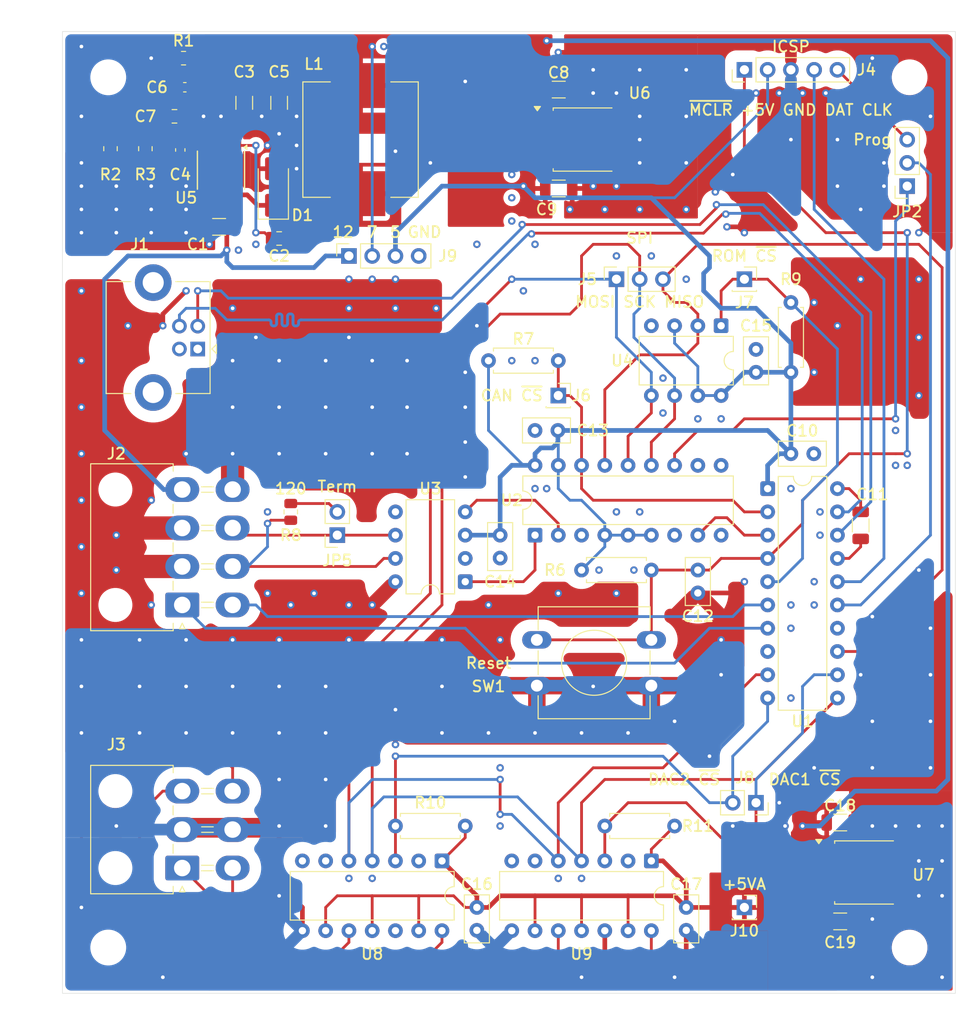
<source format=kicad_pcb>
(kicad_pcb (version 20241229) (generator "pcbnew") (generator_version "9.0")
  (title_block (title "CAN Gauge Interface") (date "2025-10-01") (rev "0.2") (company "Sam Anthony"))
  (layers (0 "F.Cu" signal) (4 "In1.Cu" signal) (6 "In2.Cu" signal) (2 "B.Cu" power) (13 "F.Paste" user) (15 "B.Paste" user) (5 "F.SilkS" user "F.Silkscreen") (7 "B.SilkS" user "B.Silkscreen") (1 "F.Mask" user) (3 "B.Mask" user) (25 "Edge.Cuts" user))
  (net 0 "")
  (net 1 "GND")
  (net 2 "+12V")
  (net 3 "Net-(U5-BOOT)")
  (net 4 "+7V")
  (net 5 "Net-(C7-Pad2)")
  (net 6 "+5V")
  (net 7 "Net-(U1-Vusb3v3)")
  (net 8 "/~{MCLR}")
  (net 9 "+5VA")
  (net 10 "/USB_D+")
  (net 11 "/USB_D-")
  (net 14 "/CAN_L")
  (net 15 "/Speed")
  (net 16 "/Tach")
  (net 17 "/CAN_H")
  (net 18 "/AN4")
  (net 19 "/AN2")
  (net 20 "/AN3")
  (net 21 "/AN1")
  (net 22 "/ICSP_CLK")
  (net 23 "/ICSP_DAT")
  (net 24 "/SCK")
  (net 25 "/MOSI")
  (net 26 "/MISO")
  (net 27 "/CAN_~{CS}")
  (net 28 "/ROM_~{CS}")
  (net 29 "/DAC2_~{CS}")
  (net 30 "/DAC1_~{CS}")
  (net 31 "/INT{slash}ICSP_CLK")
  (net 32 "/INT")
  (net 33 "Net-(JP5-B)")
  (net 35 "/CLK")
  (net 38 "/CAN_RX")
  (net 39 "/CAN_TX")
  (net 52 "/PH")
  (net 53 "/sense")
  (footprint "Connector_PinSocket_2.54mm:PinSocket_1x01_P2.54mm_Vertical" (layer "F.Cu") (at 124.46 129.54)
    (property "Reference" "J7")
    (property "Value" "ROM ~{CS}")
  )
  (footprint "Capacitor_SMD:C_1206_3216Metric" (layer "F.Cu") (at 104.189 119.634)
    (property "Reference" "C9")
    (property "Value" "10u" (hide yes))
  )
  (footprint "Capacitor_SMD:C_0805_2012Metric" (layer "F.Cu") (at 62.23 111.76 180)
    (property "Reference" "C7")
    (property "Value" "47n" (hide yes))
  )
  (footprint "Connector_PinSocket_2.54mm:PinSocket_1x04_P2.54mm_Vertical" (layer "F.Cu") (at 81.28 127 90)
    (property "Reference" "J9")
    (property "Value" "Conn_01x04_Socket" (hide yes))
  )
  (footprint "MountingHole:MountingHole_3.2mm_M3_DIN965" (layer "F.Cu") (at 55 202.5)
    (property "Reference" "H1" (hide yes))
    (property "Value" "MountingHole" (hide yes))
  )
  (footprint "Capacitor_SMD:C_1206_3216Metric" (layer "F.Cu") (at 134.923 199.644)
    (property "Reference" "C19")
    (property "Value" "10u" (hide yes))
  )
  (footprint "Resistor_THT:R_Axial_DIN0207_L6.3mm_D2.5mm_P7.62mm_Horizontal" (layer "F.Cu") (at 93.98 189.23 180)
    (property "Reference" "R10")
    (property "Value" "10k" (hide yes))
  )
  (footprint "Capacitor_SMD:C_1206_3216Metric" (layer "F.Cu") (at 134.923 188.849)
    (property "Reference" "C18")
    (property "Value" "10u" (hide yes))
  )
  (footprint "Package_TO_SOT_SMD:TO-252-2" (layer "F.Cu") (at 106.894 114.294)
    (property "Reference" "U6")
    (property "Value" "L78M05AB" (hide yes))
  )
  (footprint "Capacitor_THT:C_Disc_D5.0mm_W2.5mm_P2.50mm" (layer "F.Cu") (at 95.25 198.12 -90)
    (property "Reference" "C16")
    (property "Value" "100n" (hide yes))
  )
  (footprint "MountingHole:MountingHole_3.2mm_M3_DIN965" (layer "F.Cu") (at 142.5 202.5)
    (property "Reference" "H2" (hide yes))
    (property "Value" "MountingHole" (hide yes))
  )
  (footprint "Capacitor_SMD:C_0603_1608Metric" (layer "F.Cu") (at 62.865 115.43 -90)
    (property "Reference" "C4")
    (property "Value" "220p" (hide yes))
  )
  (footprint "footprints:Molex_Mini-Fit_Jr_5569-06A2_2x03_P4.20mm_Horizontal" (layer "F.Cu") (at 63.08 193.82 90)
    (property "Reference" "J3")
    (property "Value" "Analog")
  )
  (footprint "Resistor_SMD:R_0805_2012Metric" (layer "F.Cu") (at 63.2225 105.41)
    (property "Reference" "R1")
    (property "Value" "10k" (hide yes))
  )
  (footprint "footprints:USB_B_Lumberg_2411_02_Horizontal" (layer "F.Cu") (at 64.77 137.16 180)
    (property "Reference" "J1")
    (property "Value" "USB_B" (hide yes))
  )
  (footprint "Connector_PinSocket_2.54mm:PinSocket_1x02_P2.54mm_Vertical" (layer "F.Cu") (at 80.01 157.48 180)
    (property "Reference" "JP5")
    (property "Value" "Term")
  )
  (footprint "Capacitor_SMD:C_0603_1608Metric" (layer "F.Cu") (at 63.36 108.585)
    (property "Reference" "C6")
    (property "Value" "3300p" (hide yes))
  )
  (footprint "Inductor_SMD:L_Wuerth_WE-PD-Typ-LS_Handsoldering" (layer "F.Cu") (at 82.55 114.3 90)
    (property "Reference" "L1")
    (property "Value" "150u")
  )
  (footprint "MountingHole:MountingHole_3.2mm_M3_DIN965" (layer "F.Cu") (at 55 107.5)
    (property "Reference" "H4" (hide yes))
    (property "Value" "MountingHole" (hide yes))
  )
  (footprint "Resistor_SMD:R_0805_2012Metric" (layer "F.Cu") (at 55.245 115.2925 -90)
    (property "Reference" "R2")
    (property "Value" "3k24" (hide yes))
  )
  (footprint "Resistor_THT:R_Axial_DIN0207_L6.3mm_D2.5mm_P7.62mm_Horizontal" (layer "F.Cu") (at 106.68 161.29)
    (property "Reference" "R6")
    (property "Value" "10k" (hide yes))
  )
  (footprint "Connector_PinSocket_2.54mm:PinSocket_1x02_P2.54mm_Vertical" (layer "F.Cu") (at 125.73 186.69 -90)
    (property "Reference" "J8")
    (property "Value" "DAC ~{CS}" (hide yes))
  )
  (footprint "Button_Switch_THT:SW_PUSH-12mm" (layer "F.Cu") (at 114.3 173.91 180)
    (property "Reference" "SW1")
    (property "Value" "Reset")
  )
  (footprint "Capacitor_SMD:C_1206_3216Metric" (layer "F.Cu") (at 69.85 110.285 -90)
    (property "Reference" "C3")
    (property "Value" "22u" (hide yes))
  )
  (footprint "Connector_PinSocket_2.54mm:PinSocket_1x01_P2.54mm_Vertical" (layer "F.Cu") (at 104.14 142.24)
    (property "Reference" "J6")
    (property "Value" "CAN ~{CS}")
  )
  (footprint "Resistor_THT:R_Axial_DIN0207_L6.3mm_D2.5mm_P7.62mm_Horizontal" (layer "F.Cu") (at 129.54 139.7 90)
    (property "Reference" "R9")
    (property "Value" "10k" (hide yes))
  )
  (footprint "Connector_PinSocket_2.54mm:PinSocket_1x03_P2.54mm_Vertical" (layer "F.Cu") (at 142.24 119.38 180)
    (property "Reference" "JP2")
    (property "Value" "Prog")
  )
  (footprint "Package_DIP:DIP-14_W7.62mm" (layer "F.Cu") (at 91.44 193.04 -90)
    (property "Reference" "U8")
    (property "Value" "MCP4912" (hide yes))
  )
  (footprint "Diode_SMD:D_SMA" (layer "F.Cu") (at 73.025 119.475 90)
    (property "Reference" "D1")
    (property "Value" "SS34" (hide yes))
  )
  (footprint "footprints:Molex_Mini-Fit_Jr_5569-08A2_2x04_P4.20mm_Horizontal" (layer "F.Cu") (at 63.08 165.1 90)
    (property "Reference" "J2")
    (property "Value" "Conn_02x04_Top_Bottom")
  )
  (footprint "Resistor_SMD:R_0805_2012Metric" (layer "F.Cu") (at 59.055 115.2925 -90)
    (property "Reference" "R3")
    (property "Value" "2k7" (hide yes))
  )
  (footprint "Package_DIP:DIP-8_W7.62mm" (layer "F.Cu") (at 93.98 162.56 180)
    (property "Reference" "U3")
    (property "Value" "MCP2561-E-P" (hide yes))
  )
  (footprint "Resistor_THT:R_Axial_DIN0207_L6.3mm_D2.5mm_P7.62mm_Horizontal" (layer "F.Cu") (at 96.52 138.43)
    (property "Reference" "R7")
    (property "Value" "10k" (hide yes))
  )
  (footprint "Capacitor_SMD:C_1206_3216Metric" (layer "F.Cu") (at 73.66 110.285 -90)
    (property "Reference" "C5")
    (property "Value" "22u" (hide yes))
  )
  (footprint "Connector_PinHeader_2.54mm:PinHeader_1x05_P2.54mm_Vertical" (layer "F.Cu") (at 124.46 106.68 90)
    (property "Reference" "J4")
    (property "Value" "ICSP")
  )
  (footprint "Capacitor_THT:C_Disc_D5.0mm_W2.5mm_P2.50mm" (layer "F.Cu") (at 97.79 159.98 90)
    (property "Reference" "C14")
    (property "Value" "100n" (hide yes))
  )
  (footprint "Connector_PinSocket_2.54mm:PinSocket_1x03_P2.54mm_Vertical" (layer "F.Cu") (at 110.49 129.54 90)
    (property "Reference" "J5")
    (property "Value" "SPI Debug" (hide yes))
  )
  (footprint "Capacitor_SMD:C_1206_3216Metric" (layer "F.Cu") (at 104.189 108.839)
    (property "Reference" "C8")
    (property "Value" "10u" (hide yes))
  )
  (footprint "Connector_PinSocket_2.54mm:PinSocket_1x01_P2.54mm_Vertical" (layer "F.Cu") (at 124.46 198.12)
    (property "Reference" "J10")
    (property "Value" "+5VA")
  )
  (footprint "Package_DIP:DIP-20_W7.62mm" (layer "F.Cu") (at 127 152.4)
    (property "Reference" "U1")
    (property "Value" "PIC16F1459-IP" (hide yes))
  )
  (footprint "Capacitor_SMD:C_0805_2012Metric" (layer "F.Cu") (at 73.66 125.095)
    (property "Reference" "C2")
    (property "Value" "10n" (hide yes))
  )
  (footprint "Package_SO:TI_SO-PowerPAD-8" (layer "F.Cu") (at 67.31 117.635 -90)
    (property "Reference" "U5")
    (property "Value" "TPS5430DDA" (hide yes))
  )
  (footprint "Capacitor_THT:C_Disc_D5.0mm_W2.5mm_P2.50mm" (layer "F.Cu") (at 119.38 161.29 -90)
    (property "Reference" "C12")
    (property "Value" "100n" (hide yes))
  )
  (footprint "Capacitor_THT:C_Disc_D5.0mm_W2.5mm_P2.50mm" (layer "F.Cu") (at 118.11 198.12 -90)
    (property "Reference" "C17")
    (property "Value" "100n" (hide yes))
  )
  (footprint "Resistor_SMD:R_0805_2012Metric" (layer "F.Cu") (at 74.93 154.94 -90)
    (property "Reference" "R8")
    (property "Value" "120")
  )
  (footprint "Capacitor_THT:C_Disc_D5.0mm_W2.5mm_P2.50mm" (layer "F.Cu") (at 129.54 148.59)
    (property "Reference" "C10")
    (property "Value" "100n" (hide yes))
  )
  (footprint "MountingHole:MountingHole_3.2mm_M3_DIN965" (layer "F.Cu") (at 142.5 107.5)
    (property "Reference" "H3" (hide yes))
    (property "Value" "MountingHole" (hide yes))
  )
  (footprint "Capacitor_THT:C_Disc_D5.0mm_W2.5mm_P2.50mm" (layer "F.Cu") (at 101.6 146.05)
    (property "Reference" "C13")
    (property "Value" "100n" (hide yes))
  )
  (footprint "Resistor_THT:R_Axial_DIN0207_L6.3mm_D2.5mm_P7.62mm_Horizontal" (layer "F.Cu") (at 116.84 189.23 180)
    (property "Reference" "R11")
    (property "Value" "10k" (hide yes))
  )
  (footprint "Package_DIP:DIP-18_W7.62mm" (layer "F.Cu") (at 101.6 157.48 90)
    (property "Reference" "U2")
    (property "Value" "MCP2515-I/P" (hide yes))
  )
  (footprint "Capacitor_SMD:C_1206_3216Metric" (layer "F.Cu") (at 137.16 156.415 90)
    (property "Reference" "C11")
    (property "Value" "1u" (hide yes))
  )
  (footprint "Package_DIP:DIP-8_W7.62mm" (layer "F.Cu") (at 121.92 134.62 -90)
    (property "Reference" "U4")
    (property "Value" "25LC160C" (hide yes))
  )
  (footprint "Package_TO_SOT_SMD:TO-252-2" (layer "F.Cu") (at 137.628 194.304)
    (property "Reference" "U7")
    (property "Value" "L78M05AB" (hide yes))
  )
  (footprint "Capacitor_SMD:C_1206_3216Metric" (layer "F.Cu") (at 67.105 123.825 180)
    (property "Reference" "C1")
    (property "Value" "22u" (hide yes))
  )
  (footprint "Capacitor_THT:C_Disc_D5.0mm_W2.5mm_P2.50mm" (layer "F.Cu") (at 125.73 137.2 -90)
    (property "Reference" "C15")
    (property "Value" "100n" (hide yes))
  )
  (footprint "Package_DIP:DIP-14_W7.62mm" (layer "F.Cu") (at 114.3 193.04 -90)
    (property "Reference" "U9")
    (property "Value" "MCP4912" (hide yes))
  )
  (gr_rect (start 50 102.5) (end 147.5 207.5) (stroke (width 0.05)) (fill no) (layer "Edge.Cuts"))
  (gr_text "SPI" (at 113.03 125.73 0) (layer "F.SilkS") (effects (font (size 1.2 1.2) (thickness 0.2) (bold yes)) (justify bottom)))
  (gr_text "12" (at 80.645 125.095 0) (layer "F.SilkS") (effects (font (size 1.2 1.2) (thickness 0.2) (bold yes)) (justify bottom)))
  (gr_text "~{MCLR} +5V GND DAT CLK" (at 129.54 111.76 0) (layer "F.SilkS") (effects (font (size 1.2 1.2) (thickness 0.2) (bold yes)) (justify bottom)))
  (gr_text "GND" (at 89.535 125.095 0) (layer "F.SilkS") (effects (font (size 1.2 1.2) (thickness 0.2) (bold yes)) (justify bottom)))
  (gr_text "7\n" (at 83.82 125.095 0) (layer "F.SilkS") (effects (font (size 1.2 1.2) (thickness 0.2) (bold yes)) (justify bottom)))
  (gr_text "DAC2 ~{CS}" (at 121.92 184.15 0) (layer "F.SilkS") (effects (font (size 1.2 1.2) (thickness 0.2) (bold yes)) (justify right)))
  (gr_text "DAC1 ~{CS}" (at 127 184.15 0) (layer "F.SilkS") (effects (font (size 1.2 1.2) (thickness 0.2) (bold yes)) (justify left)))
  (gr_text "MOSI SCK MISO" (at 113.03 132.715 0) (layer "F.SilkS") (effects (font (size 1.2 1.2) (thickness 0.2) (bold yes)) (justify bottom)))
  (gr_text "5" (at 86.36 125.095 0) (layer "F.SilkS") (effects (font (size 1.2 1.2) (thickness 0.2) (bold yes)) (justify bottom)))
  (segment (start 134.62 152.4) (end 135.89 152.4) (width 0.3048) (layer "F.Cu") (net 1))
  (segment (start 128.905 187.325) (end 128.27 186.69) (width 0.508) (layer "F.Cu") (net 1))
  (segment (start 116.84 205.74) (end 118.11 204.47) (width 0.508) (layer "F.Cu") (net 1))
  (segment (start 123.23 163.79) (end 119.38 163.79) (width 0.508) (layer "F.Cu") (net 1))
  (segment (start 105.664 105.664) (end 105.664 108.839) (width 0.508) (layer "F.Cu") (net 1))
  (segment (start 104.14 104.775) (end 104.775 104.775) (width 0.508) (layer "F.Cu") (net 1))
  (segment (start 123.825 123.825) (end 124.46 124.46) (width 0.508) (layer "F.Cu") (net 1))
  (segment (start 66.675 118.3775) (end 66.535 118.2375) (width 0.508) (layer "F.Cu") (net 1))
  (segment (start 146.05 121.92) (end 146.05 113.03) (width 0.508) (layer "F.Cu") (net 1))
  (segment (start 118.11 204.47) (end 118.11 200.62) (width 0.508) (layer "F.Cu") (net 1))
  (segment (start 146.05 113.03) (end 144.78 111.76) (width 0.508) (layer "F.Cu") (net 1))
  (segment (start 137.16 153.67) (end 137.16 154.94) (width 0.3048) (layer "F.Cu") (net 1))
  (segment (start 122.555 123.825) (end 123.825 123.825) (width 0.508) (layer "F.Cu") (net 1))
  (segment (start 143.51 124.46) (end 146.05 121.92) (width 0.508) (layer "F.Cu") (net 1))
  (segment (start 73.66 189.23) (end 73.66 196.85) (width 0.508) (layer "F.Cu") (net 1))
  (segment (start 60.96 133.35) (end 60.96 134.62) (width 0.508) (layer "F.Cu") (net 1))
  (segment (start 73.66 196.85) (end 74.93 196.85) (width 0.508) (layer "F.Cu") (net 1))
  (segment (start 74.93 196.85) (end 76.2 198.12) (width 0.508) (layer "F.Cu") (net 1))
  (segment (start 109.22 203.2) (end 109.22 200.66) (width 0.508) (layer "F.Cu") (net 1))
  (segment (start 60.96 134.62) (end 57.15 134.62) (width 0.508) (layer "F.Cu") (net 1))
  (segment (start 104.775 104.775) (end 105.664 105.664) (width 0.508) (layer "F.Cu") (net 1))
  (segment (start 124.46 162.56) (end 123.23 163.79) (width 0.508) (layer "F.Cu") (net 1))
  (segment (start 128.27 186.69) (end 132.08 182.88) (width 0.508) (layer "F.Cu") (net 1))
  (segment (start 135.89 152.4) (end 137.16 153.67) (width 0.3048) (layer "F.Cu") (net 1))
  (segment (start 124.46 119.38) (end 123.19 118.11) (width 0.508) (layer "F.Cu") (net 1))
  (segment (start 76.2 198.12) (end 76.2 200.66) (width 0.508) (layer "F.Cu") (net 1))
  (segment (start 86.36 180.34) (end 86.36 176.53) (width 0.508) (layer "F.Cu") (net 1))
  (segment (start 66.675 120.415) (end 66.675 118.3775) (width 0.508) (layer "F.Cu") (net 1))
  (segment (start 106.68 205.74) (end 109.22 203.2) (width 0.508) (layer "F.Cu") (net 1))
  (segment (start 63.5 130.81) (end 60.96 133.35) (width 0.508) (layer "F.Cu") (net 1))
  (segment (start 124.46 124.46) (end 124.46 119.38) (width 0.508) (layer "F.Cu") (net 1))
  (segment (start 128.905 189.23) (end 128.905 187.325) (width 0.508) (layer "F.Cu") (net 1))
  (via (at 128.27 109.22) (size 0.8128) (drill 0.4) (layers "F.Cu" "B.Cu") (net 1))
  (via (at 68.58 148.59) (size 0.8128) (drill 0.4) (layers "F.Cu" "B.Cu") (net 1))
  (via (at 78.74 179.07) (size 0.8128) (drill 0.4) (layers "F.Cu" "B.Cu") (net 1))
  (via (at 66.04 125.73) (size 0.8128) (drill 0.4) (layers "F.Cu" "B.Cu") (net 1))
  (via (at 71.755 111.76) (size 0.8128) (drill 0.4) (layers "F.Cu" "B.Cu") (net 1))
  (via (at 52.07 148.59) (size 0.8128) (drill 0.4) (layers "F.Cu" "B.Cu") (net 1))
  (via (at 73.66 113.665) (size 0.8128) (drill 0.4) (layers "F.Cu" "B.Cu") (net 1))
  (via (at 86.36 132.715) (size 0.8128) (drill 0.4) (layers "F.Cu" "B.Cu") (net 1))
  (via (at 122.555 123.825) (size 0.8128) (drill 0.4) (layers "F.Cu" "B.Cu") (net 1))
  (via (at 138.43 182.88) (size 0.8128) (drill 0.4) (layers "F.Cu" "B.Cu") (net 1))
  (via (at 99.06 138.43) (size 0.8128) (drill 0.4) (layers "F.Cu" "B.Cu") (net 1))
  (via (at 63.5 124.46) (size 0.8128) (drill 0.4) (layers "F.Cu" "B.Cu") (net 1))
  (via (at 58.42 179.07) (size 0.8128) (drill 0.4) (layers "F.Cu" "B.Cu") (net 1))
  (via (at 96.52 179.07) (size 0.8128) (drill 0.4) (layers "F.Cu" "B.Cu") (net 1))
  (via (at 86.36 115.57) (size 0.8128) (drill 0.4) (layers "F.Cu" "B.Cu") (net 1))
  (via (at 139.7 116.84) (size 0.8128) (drill 0.4) (layers "F.Cu" "B.Cu") (net 1))
  (via (at 106.68 179.07) (size 0.8128) (drill 0.4) (layers "F.Cu" "B.Cu") (net 1))
  (via (at 110.49 109.22) (size 0.8128) (drill 0.4) (layers "F.Cu" "B.Cu") (net 1))
  (via (at 125.73 109.22) (size 0.8128) (drill 0.4) (layers "F.Cu" "B.Cu") (net 1))
  (via (at 113.03 111.76) (size 0.8128) (drill 0.4) (layers "F.Cu" "B.Cu") (net 1))
  (via (at 146.05 196.85) (size 0.8128) (drill 0.4) (layers "F.Cu" "B.Cu") (net 1))
  (via (at 118.11 129.54) (size 0.8128) (drill 0.4) (layers "F.Cu" "B.Cu") (net 1))
  (via (at 67.31 111.76) (size 0.8128) (drill 0.4) (layers "F.Cu" "B.Cu") (net 1))
  (via (at 110.49 119.38) (size 0.8128) (drill 0.4) (layers "F.Cu" "B.Cu") (net 1))
  (via (at 137.16 129.54) (size 0.8128) (drill 0.4) (layers "F.Cu" "B.Cu") (net 1))
  (via (at 95.25 134.62) (size 0.8128) (drill 0.4) (layers "F.Cu" "B.Cu") (net 1))
  (via (at 83.82 143.51) (size 0.8128) (drill 0.4) (layers "F.Cu" "B.Cu") (net 1))
  (via (at 68.58 138.43) (size 0.8128) (drill 0.4) (layers "F.Cu" "B.Cu") (net 1))
  (via (at 121.92 168.91) (size 0.8128) (drill 0.4) (layers "F.Cu" "B.Cu") (net 1))
  (via (at 73.66 173.99) (size 0.8128) (drill 0.4) (layers "F.Cu" "B.Cu") (net 1))
  (via (at 138.43 199.39) (size 0.8128) (drill 0.4) (layers "F.Cu" "B.Cu") (net 1))
  (via (at 60.96 205.74) (size 0.8128) (drill 0.4) (layers "F.Cu" "B.Cu") (net 1))
  (via (at 69.215 126.365) (size 0.8128) (drill 0.4) (layers "F.Cu" "B.Cu") (net 1))
  (via (at 119.38 144.78) (size 0.8128) (drill 0.4) (layers "F.Cu" "B.Cu") (net 1))
  (via (at 59.69 105.41) (size 0.8128) (drill 0.4) (layers "F.Cu" "B.Cu") (net 1))
  (via (at 146.05 193.04) (size 0.8128) (drill 0.4) (layers "F.Cu" "B.Cu") (net 1))
  (via (at 55.88 157.48) (size 0.8128) (drill 0.4) (layers "F.Cu" "B.Cu") (net 1))
  (via (at 57.15 134.62) (size 0.8128) (drill 0.4) (layers "F.Cu" "B.Cu") (net 1))
  (via (at 143.51 129.54) (size 0.8128) (drill 0.4) (layers "F.Cu" "B.Cu") (net 1))
  (via (at 143.51 189.23) (size 0.8128) (drill 0.4) (layers "F.Cu" "B.Cu") (net 1))
  (via (at 120.65 181.61) (size 0.8128) (drill 0.4) (layers "F.Cu" "B.Cu") (net 1))
  (via (at 75.565 117.475) (size 0.8128) (drill 0.4) (layers "F.Cu" "B.Cu") (net 1))
  (via (at 74.93 165.1) (size 0.8128) (drill 0.4) (layers "F.Cu" "B.Cu") (net 1))
  (via (at 104.14 104.775) (size 0.8128) (drill 0.4) (layers "F.Cu" "B.Cu") (net 1))
  (via (at 81.28 129.54) (size 0.8128) (drill 0.4) (layers "F.Cu" "B.Cu") (net 1))
  (via (at 111.76 179.07) (size 0.8128) (drill 0.4) (layers "F.Cu" "B.Cu") (net 1))
  (via (at 78.74 143.51) (size 0.8128) (drill 0.4) (layers "F.Cu" "B.Cu") (net 1))
  (via (at 52.07 168.91) (size 0.8128) (drill 0.4) (layers "F.Cu" "B.Cu") (net 1))
  (via (at 118.11 116.84) (size 0.8128) (drill 0.4) (layers "F.Cu" "B.Cu") (net 1))
  (via (at 91.44 173.99) (size 0.8128) (drill 0.4) (layers "F.Cu" "B.Cu") (net 1))
  (via (at 68.58 173.99) (size 0.8128) (drill 0.4) (layers "F.Cu" "B.Cu") (net 1))
  (via (at 65.405 111.76) (size 0.8128) (drill 0.4) (layers "F.Cu" "B.Cu") (net 1))
  (via (at 55.88 121.92) (size 0.8128) (drill 0.4) (layers "F.Cu" "B.Cu") (net 1))
  (via (at 73.66 148.59) (size 0.8128) (drill 0.4) (layers "F.Cu" "B.Cu") (net 1))
  (via (at 121.285 120.015) (size 0.8128) (drill 0.4) (layers "F.Cu" "B.Cu") (net 1))
  (via (at 81.28 132.715) (size 0.8128) (drill 0.4) (layers "F.Cu" "B.Cu") (net 1))
  (via (at 132.08 139.7) (size 0.8128) (drill 0.4) (layers "F.Cu" "B.Cu") (net 1))
  (via (at 138.43 189.23) (size 0.8128) (drill 0.4) (layers "F.Cu" "B.Cu") (net 1))
  (via (at 124.46 124.46) (size 0.8128) (drill 0.4) (layers "F.Cu" "B.Cu") (net 1))
  (via (at 63.5 179.07) (size 0.8128) (drill 0.4) (layers "F.Cu" "B.Cu") (net 1))
  (via (at 132.08 162.56) (size 0.8128) (drill 0.4) (layers "F.Cu" "B.Cu") (net 1))
  (via (at 110.49 127) (size 0.8128) (drill 0.4) (layers "F.Cu" "B.Cu") (net 1))
  (via (at 59.69 153.67) (size 0.8128) (drill 0.4) (layers "F.Cu" "B.Cu") (net 1))
  (via (at 128.905 189.23) (size 0.8128) (drill 0.4) (layers "F.Cu" "B.Cu") (net 1))
  (via (at 107.95 119.38) (size 0.8128) (drill 0.4) (layers "F.Cu" "B.Cu") (net 1))
  (via (at 99.06 120.65) (size 0.8128) (drill 0.4) (layers "F.Cu" "B.Cu") (net 1))
  (via (at 140.97 149.86) (size 0.8128) (drill 0.4) (layers "F.Cu" "B.Cu") (net 1))
  (via (at 90.17 116.84) (size 0.8128) (drill 0.4) (layers "F.Cu" "B.Cu") (net 1))
  (via (at 87.63 143.51) (size 0.8128) (drill 0.4) (layers "F.Cu" "B.Cu") (net 1))
  (via (at 142.24 149.86) (size 0.8128) (drill 0.4) (layers "F.Cu" "B.Cu") (net 1))
  (via (at 132.715 157.48) (size 0.8128) (drill 0.4) (layers "F.Cu" "B.Cu") (net 1))
  (via (at 143.51 142.24) (size 0.8128) (drill 0.4) (layers "F.Cu" "B.Cu") (net 1))
  (via (at 93.98 151.13) (size 0.8128) (drill 0.4) (layers "F.Cu" "B.Cu") (net 1))
  (via (at 63.5 148.59) (size 0.8128) (drill 0.4) (layers "F.Cu" "B.Cu") (net 1))
  (via (at 83.82 148.59) (size 0.8128) (drill 0.4) (layers "F.Cu" "B.Cu") (net 1))
  (via (at 52.07 130.81) (size 0.8128) (drill 0.4) (layers "F.Cu" "B.Cu") (net 1))
  (via (at 143.51 124.46) (size 0.8128) (drill 0.4) (layers "F.Cu" "B.Cu") (net 1))
  (via (at 128.27 186.69) (size 0.8128) (drill 0.4) (layers "F.Cu" "B.Cu") (net 1))
  (via (at 132.08 165.1) (size 0.8128) (drill 0.4) (layers "F.Cu" "B.Cu") (net 1))
  (via (at 134.62 119.38) (size 0.8128) (drill 0.4) (layers "F.Cu" "B.Cu") (net 1))
  (via (at 85.09 104.14) (size 0.8128) (drill 0.4) (layers "F.Cu" "B.Cu") (net 1))
  (via (at 52.07 198.12) (size 0.8128) (drill 0.4) (layers "F.Cu" "B.Cu") (net 1))
  (via (at 129.54 165.1) (size 0.8128) (drill 0.4) (layers "F.Cu" "B.Cu") (net 1))
  (via (at 138.43 105.41) (size 0.8128) (drill 0.4) (layers "F.Cu" "B.Cu") (net 1))
  (via (at 91.44 168.91) (size 0.8128) (drill 0.4) (layers "F.Cu" "B.Cu") (net 1))
  (via (at 130.81 109.22) (size 0.8128) (drill 0.4) (layers "F.Cu" "B.Cu") (net 1))
  (via (at 52.07 116.84) (size 0.8128) (drill 0.4) (layers "F.Cu" "B.Cu") (net 1))
  (via (at 106.68 205.74) (size 0.8128) (drill 0.4) (layers "F.Cu" "B.Cu") (net 1))
  (via (at 129.54 152.4) (size 0.8128) (drill 0.4) (layers "F.Cu" "B.Cu") (net 1))
  (via (at 134.62 134.62) (size 0.8128) (drill 0.4) (layers "F.Cu" "B.Cu") (net 1))
  (via (at 93.98 107.95) (size 0.8128) (drill 0.4) (layers "F.Cu" "B.Cu") (net 1))
  (via (at 116.84 177.8) (size 0.8128) (drill 0.4) (layers "F.Cu" "B.Cu") (net 1))
  (via (at 52.07 119.38) (size 0.8128) (drill 0.4) (layers "F.Cu" "B.Cu") (net 1))
  (via (at 59.69 165.1) (size 0.8128) (drill 0.4) (layers "F.Cu" "B.Cu") (net 1))
  (via (at 146.05 205.74) (size 0.8128) (drill 0.4) (layers "F.Cu" "B.Cu") (net 1))
  (via (at 101.6 125.73) (size 0.8128) (drill 0.4) (layers "F.Cu" "B.Cu") (net 1))
  (via (at 133.35 109.22) (size 0.8128) (drill 0.4) (layers "F.Cu" "B.Cu") (net 1))
  (via (at 144.78 182.88) (size 0.8128) (drill 0.4) (layers "F.Cu" "B.Cu") (net 1))
  (via (at 144.78 177.8) (size 0.8128) (drill 0.4) (layers "F.Cu" "B.Cu") (net 1))
  (via (at 144.78 111.76) (size 0.8128) (drill 0.4) (layers "F.Cu" "B.Cu") (net 1))
  (via (at 55.88 189.23) (size 0.8128) (drill 0.4) (layers "F.Cu" "B.Cu") (net 1))
  (via (at 59.69 121.92) (size 0.8128) (drill 0.4) (layers "F.Cu" "B.Cu") (net 1))
  (via (at 78.74 173.99) (size 0.8128) (drill 0.4) (layers "F.Cu" "B.Cu") (net 1))
  (via (at 97.79 168.91) (size 0.8128) (drill 0.4) (layers "F.Cu" "B.Cu") (net 1))
  (via (at 115.57 140.335) (size 0.8128) (drill 0.4) (layers "F.Cu" "B.Cu") (net 1))
  (via (at 73.66 179.07) (size 0.8128) (drill 0.4) (layers "F.Cu" "B.Cu") (net 1))
  (via (at 73.66 138.43) (size 0.8128) (drill 0.4) (layers "F.Cu" "B.Cu") (net 1))
  (via (at 55.88 119.38) (size 0.8128) (drill 0.4) (layers "F.Cu" "B.Cu") (net 1))
  (via (at 52.07 153.67) (size 0.8128) (drill 0.4) (layers "F.Cu" "B.Cu") (net 1))
  (via (at 95.25 125.73) (size 0.8128) (drill 0.4) (layers "F.Cu" "B.Cu") (net 1))
  (via (at 72.39 163.83) (size 0.8128) (drill 0.4) (layers "F.Cu" "B.Cu") (net 1))
  (via (at 86.36 129.54) (size 0.8128) (drill 0.4) (layers "F.Cu" "B.Cu") (net 1))
  (via (at 106.68 194.945) (size 0.8128) (drill 0.4) (layers "F.Cu" "B.Cu") (net 1))
  (via (at 132.08 182.88) (size 0.8128) (drill 0.4) (layers "F.Cu" "B.Cu") (net 1))
  (via (at 104.14 163.83) (size 0.8128) (drill 0.4) (layers "F.Cu" "B.Cu") (net 1))
  (via (at 143.51 161.29) (size 0.8128) (drill 0.4) (layers "F.Cu" "B.Cu") (net 1))
  (via (at 75.565 114.935) (size 0.8128) (drill 0.4) (layers "F.Cu" "B.Cu") (net 1))
  (via (at 78.74 189.23) (size 0.8128) (drill 0.4) (layers "F.Cu" "B.Cu") (net 1))
  (via (at 112.395 161.29) (size 0.8128) (drill 0.4) (layers "F.Cu" "B.Cu") (net 1))
  (via (at 63.5 168.91) (size 0.8128) (drill 0.4) (layers "F.Cu" "B.Cu") (net 1))
  (via (at 87.63 138.43) (size 0.8128) (drill 0.4) (layers "F.Cu" "B.Cu") (net 1))
  (via (at 121.92 144.78) (size 0.8128) (drill 0.4) (layers "F.Cu" "B.Cu") (net 1))
  (via (at 138.43 177.8) (size 0.8128) (drill 0.4) (layers "F.Cu" "B.Cu") (net 1))
  (via (at 140.97 189.23) (size 0.8128) (drill 0.4) (layers "F.Cu" "B.Cu") (net 1))
  (via (at 113.03 114.3) (size 0.8128) (drill 0.4) (layers "F.Cu" "B.Cu") (net 1))
  (via (at 83.82 165.1) (size 0.8128) (drill 0.4) (layers "F.Cu" "B.Cu") (net 1))
  (via (at 60.96 134.62) (size 0.8128) (drill 0.4) (layers "F.Cu" "B.Cu") (net 1))
  (via (at 115.57 144.145) (size 0.8128) (drill 0.4) (layers "F.Cu" "B.Cu") (net 1))
  (via (at 118.11 111.76) (size 0.8128) (drill 0.4) (layers "F.Cu" "B.Cu") (net 1))
  (via (at 68.58 132.715) (size 0.8128) (drill 0.4) (layers "F.Cu" "B.Cu") (net 1))
  (via (at 68.58 179.07) (size 0.8128) (drill 0.4) (layers "F.Cu" "B.Cu") (net 1))
  (via (at 71.12 125.73) (size 0.8128) (drill 0.4) (layers "F.Cu" "B.Cu") (net 1))
  (via (at 123.19 118.11) (size 0.8128) (drill 0.4) (layers "F.Cu" "B.Cu") (net 1))
  (via (at 63.5 173.99) (size 0.8128) (drill 0.4) (layers "F.Cu" "B.Cu") (net 1))
  (via (at 52.07 179.07) (size 0.8128) (drill 0.4) (layers "F.Cu" "B.Cu") (net 1))
  (via (at 129.54 114.3) (size 0.8128) (drill 0.4) (layers "F.Cu" "B.Cu") (net 1))
  (via (at 58.42 168.91) (size 0.8128) (drill 0.4) (layers "F.Cu" "B.Cu") (net 1))
  (via (at 77.47 163.83) (size 0.8128) (drill 0.4) (layers "F.Cu" "B.Cu") (net 1))
  (via (at 138.43 205.74) (size 0.8128) (drill 0.4) (layers "F.Cu" "B.Cu") (net 1))
  (via (at 55.88 161.29) (size 0.8128) (drill 0.4) (layers "F.Cu" "B.Cu") (net 1))
  (via (at 105.41 121.92) (size 0.8128) (drill 0.4) (layers "F.Cu" "B.Cu") (net 1))
  (via (at 116.84 205.74) (size 0.8128) (drill 0.4) (layers "F.Cu" "B.Cu") (net 1))
  (via (at 93.98 143.51) (size 0.8128) (drill 0.4) (layers "F.Cu" "B.Cu") (net 1))
  (via (at 99.06 118.11) (size 0.8128) (drill 0.4) (layers "F.Cu" "B.Cu") (net 1))
  (via (at 100.33 130.81) (size 0.8128) (drill 0.4) (layers "F.Cu" "B.Cu") (net 1))
  (via (at 102.87 152.4) (size 0.8128) (drill 0.4) (layers "F.Cu" "B.Cu") (net 1))
  (via (at 52.07 163.83) (size 0.8128) (drill 0.4) (layers "F.Cu" "B.Cu") (net 1))
  (via (at 87.63 148.59) (size 0.8128) (drill 0.4) (layers "F.Cu" "B.Cu") (net 1))
  (via (at 118.11 121.92) (size 0.8128) (drill 0.4) (layers "F.Cu" "B.Cu") (net 1))
  (via (at 72.39 114.935) (size 0.8128) (drill 0.4) (layers "F.Cu" "B.Cu") (net 1))
  (via (at 123.19 189.23) (size 0.8128) (drill 0.4) (layers "F.Cu" "B.Cu") (net 1))
  (via (at 52.07 138.43) (size 0.8128) (drill 0.4) (layers "F.Cu" "B.Cu") (net 1))
  (via (at 83.82 129.54) (size 0.8128) (drill 0.4) (layers "F.Cu" "B.Cu") (net 1))
  (via (at 144.78 172.72) (size 0.8128) (drill 0.4) (layers "F.Cu" "B.Cu") (net 1))
  (via (at 63.5 130.81) (size 0.8128) (drill 0.4) (layers "F.Cu" "B.Cu") (net 1))
  (via (at 90.805 132.715) (size 0.8128) (drill 0.4) (layers "F.Cu" "B.Cu") (net 1))
  (via (at 104.14 194.945) (size 0.8128) (drill 0.4) (layers "F.Cu" "B.Cu") (net 1))
  (via (at 101.6 152.4) (size 0.8128) (drill 0.4) (layers "F.Cu" "B.Cu") (net 1))
  (via (at 63.5 121.92) (size 0.8128) (drill 0.4) (layers "F.Cu" "B.Cu") (net 1))
  (via (at 73.66 143.51) (size 0.8128) (drill 0.4) (layers "F.Cu" "B.Cu") (net 1))
  (via (at 86.36 176.53) (size 0.8128) (drill 0.4) (layers "F.Cu" "B.Cu") (net 1))
  (via (at 73.66 168.91) (size 0.8128) (drill 0.4) (layers "F.Cu" "B.Cu") (net 1))
  (via (at 52.07 111.76) (size 0.8128) (drill 0.4) (layers "F.Cu" "B.Cu") (net 1))
  (via (at 137.16 172.72) (size 0.8128) (drill 0.4) (layers "F.Cu" "B.Cu") (net 1))
  (via (at 107.95 109.22) (size 0.8128) (drill 0.4) (layers "F.Cu" "B.Cu") (net 1))
  (via (at 101.6 138.43) (size 0.8128) (drill 0.4) (layers "F.Cu" "B.Cu") (net 1))
  (via (at 71.12 135.89) (size 0.8128) (drill 0.4) (layers "F.Cu" "B.Cu") (net 1))
  (via (at 97.79 189.23) (size 0.8128) (drill 0.4) (layers "F.Cu" "B.Cu") (net 1))
  (via (at 137.16 121.92) (size 0.8128) (drill 0.4) (layers "F.Cu" "B.Cu") (net 1))
  (via (at 118.11 106.68) (size 0.8128) (drill 0.4) (layers "F.Cu" "B.Cu") (net 1))
  (via (at 52.07 124.46) (size 0.8128) (drill 0.4) (layers "F.Cu" "B.Cu") (net 1))
  (via (at 139.7 119.38) (size 0.8128) (drill 0.4) (layers "F.Cu" "B.Cu") (net 1))
  (via (at 78.74 138.43) (size 0.8128) (drill 0.4) (layers "F.Cu" "B.Cu") (net 1))
  (via (at 83.82 194.945) (size 0.8128) (drill 0.4) (layers "F.Cu" "B.Cu") (net 1))
  (via (at 146.05 189.23) (size 0.8128) (drill 0.4) (layers "F.Cu" "B.Cu") (net 1))
  (via (at 113.03 106.68) (size 0.8128) (drill 0.4) (layers "F.Cu" "B.Cu") (net 1))
  (via (at 72.39 154.94) (size 0.8128) (drill 0.4) (layers "F.Cu" "B.Cu") (net 1))
  (via (at 121.92 172.72) (size 0.8128) (drill 0.4) (layers "F.Cu" "B.Cu") (net 1))
  (via (at 134.62 114.3) (size 0.8128) (drill 0.4) (layers "F.Cu" "B.Cu") (net 1))
  (via (at 59.69 119.38) (size 0.8128) (drill 0.4) (layers "F.Cu" "B.Cu") (net 1))
  (via (at 78.74 184.15) (size 0.8128) (drill 0.4) (layers "F.Cu" "B.Cu") (net 1))
  (via (at 129.54 175.26) (size 0.8128) (drill 0.4) (layers "F.Cu" "B.Cu") (net 1))
  (via (at 138.43 166.37) (size 0.8128) (drill 0.4) (layers "F.Cu" "B.Cu") (net 1))
  (via (at 132.08 132.08) (size 0.8128) (drill 0.4) (layers "F.Cu" "B.Cu") (net 1))
  (via (at 107.95 173.99) (size 0.8128) (drill 0.4) (layers "F.Cu" "B.Cu") (net 1))
  (via (at 81.28 194.945) (size 0.8128) (drill 0.4) (layers "F.Cu" "B.Cu") (net 1))
  (via (at 97.79 182.88) (size 0.8128) (drill 0.4) (layers "F.Cu" "B.Cu") (net 1))
  (via (at 124.46 162.56) (size 0.8128) (drill 0.4) (layers "F.Cu" "B.Cu") (net 1))
  (via (at 83.82 138.43) (size 0.8128) (drill 0.4) (layers "F.Cu" "B.Cu") (net 1))
  (via (at 78.74 148.59) (size 0.8128) (drill 0.4) (layers "F.Cu" "B.Cu") (net 1))
  (via (at 93.98 147.32) (size 0.8128) (drill 0.4) (layers "F.Cu" "B.Cu") (net 1))
  (via (at 55.88 124.46) (size 0.8128) (drill 0.4) (layers "F.Cu" "B.Cu") (net 1))
  (via (at 93.98 139.7) (size 0.8128) (drill 0.4) (layers "F.Cu" "B.Cu") (net 1))
  (via (at 81.28 165.1) (size 0.8128) (drill 0.4) (layers "F.Cu" "B.Cu") (net 1))
  (via (at 108.585 161.29) (size 0.8128) (drill 0.4) (layers "F.Cu" "B.Cu") (net 1))
  (via (at 73.66 189.23) (size 0.8128) (drill 0.4) (layers "F.Cu" "B.Cu") (net 1))
  (via (at 58.42 173.99) (size 0.8128) (drill 0.4) (layers "F.Cu" "B.Cu") (net 1))
  (via (at 132.715 154.94) (size 0.8128) (drill 0.4) (layers "F.Cu" "B.Cu") (net 1))
  (via (at 143.51 196.85) (size 0.8128) (drill 0.4) (layers "F.Cu" "B.Cu") (net 1))
  (via (at 68.58 168.91) (size 0.8128) (drill 0.4) (layers "F.Cu" "B.Cu") (net 1))
  (via (at 110.49 154.94) (size 0.8128) (drill 0.4) (layers "F.Cu" "B.Cu") (net 1))
  (via (at 144.78 167.64) (size 0.8128) (drill 0.4) (layers "F.Cu" "B.Cu") (net 1))
  (via (at 113.03 154.94) (size 0.8128) (drill 0.4) (layers "F.Cu" "B.Cu") (net 1))
  (via (at 113.03 116.84) (size 0.8128) (drill 0.4) (layers "F.Cu" "B.Cu") (net 1))
  (via (at 63.5 119.38) (size 0.8128) (drill 0.4) (layers "F.Cu" "B.Cu") (net 1))
  (via (at 59.69 124.46) (size 0.8128) (drill 0.4) (layers "F.Cu" "B.Cu") (net 1))
  (via (at 75.565 111.76) (size 0.8128) (drill 0.4) (layers "F.Cu" "B.Cu") (net 1))
  (via (at 52.07 143.51) (size 0.8128) (drill 0.4) (layers "F.Cu" "B.Cu") (net 1))
  (via (at 113.03 121.92) (size 0.8128) (drill 0.4) (layers "F.Cu" "B.Cu") (net 1))
  (via (at 86.36 180.34) (size 0.8128) (drill 0.4) (layers "F.Cu" "B.Cu") (net 1))
  (via (at 96.52 165.1) (size 0.8128) (drill 0.4) (layers "F.Cu" "B.Cu") (net 1))
  (via (at 52.07 104.14) (size 0.8128) (drill 0.4) (layers "F.Cu" "B.Cu") (net 1))
  (via (at 129.54 167.64) (size 0.8128) (drill 0.4) (layers "F.Cu" "B.Cu") (net 1))
  (via (at 52.07 158.75) (size 0.8128) (drill 0.4) (layers "F.Cu" "B.Cu") (net 1))
  (via (at 68.58 143.51) (size 0.8128) (drill 0.4) (layers "F.Cu" "B.Cu") (net 1))
  (via (at 143.51 193.04) (size 0.8128) (drill 0.4) (layers "F.Cu" "B.Cu") (net 1))
  (via (at 99.06 123.19) (size 0.8128) (drill 0.4) (layers "F.Cu" "B.Cu") (net 1))
  (via (at 81.28 135.89) (size 0.8128) (drill 0.4) (layers "F.Cu" "B.Cu") (net 1))
  (via (at 107.95 106.68) (size 0.8128) (drill 0.4) (layers "F.Cu" "B.Cu") (net 1))
  (via (at 109.22 121.92) (size 0.8128) (drill 0.4) (layers "F.Cu" "B.Cu") (net 1))
  (via (at 73.66 184.15) (size 0.8128) (drill 0.4) (layers "F.Cu" "B.Cu") (net 1))
  (via (at 52.07 121.92) (size 0.8128) (drill 0.4) (layers "F.Cu" "B.Cu") (net 1))
  (via (at 73.66 196.85) (size 0.8128) (drill 0.4) (layers "F.Cu" "B.Cu") (net 1))
  (via (at 110.49 163.83) (size 0.8128) (drill 0.4) (layers "F.Cu" "B.Cu") (net 1))
  (via (at 52.07 173.99) (size 0.8128) (drill 0.4) (layers "F.Cu" "B.Cu") (net 1))
  (via (at 81.28 168.91) (size 0.8128) (drill 0.4) (layers "F.Cu" "B.Cu") (net 1))
  (via (at 114.3 127) (size 0.8128) (drill 0.4) (layers "F.Cu" "B.Cu") (net 1))
  (via (at 140.97 146.05) (size 0.8128) (drill 0.4) (layers "F.Cu" "B.Cu") (net 1))
  (via (at 91.44 179.07) (size 0.8128) (drill 0.4) (layers "F.Cu" "B.Cu") (net 1))
  (via (at 101.6 179.07) (size 0.8128) (drill 0.4) (layers "F.Cu" "B.Cu") (net 1))
  (via (at 143.51 135.89) (size 0.8128) (drill 0.4) (layers "F.Cu" "B.Cu") (net 1))
  (segment (start 72.39 114.935) (end 73.66 113.665) (width 0.508) (layer "B.Cu") (net 1))
  (segment (start 130.81 109.22) (end 128.27 109.22) (width 0.508) (layer "B.Cu") (net 1))
  (segment (start 68.58 168.91) (end 68.58 173.99) (width 0.508) (layer "B.Cu") (net 1))
  (segment (start 125.73 109.22) (end 120.65 109.22) (width 0.508) (layer "B.Cu") (net 1))
  (segment (start 111.76 116.84) (end 113.03 116.84) (width 0.508) (layer "B.Cu") (net 1))
  (segment (start 121.285 120.015) (end 123.19 118.11) (width 0.508) (layer "B.Cu") (net 1))
  (segment (start 107.95 118.11) (end 109.22 116.84) (width 0.508) (layer "B.Cu") (net 1))
  (segment (start 121.92 168.91) (end 121.92 172.72) (width 0.508) (layer "B.Cu") (net 1))
  (segment (start 120.65 109.22) (end 118.11 111.76) (width 0.508) (layer "B.Cu") (net 1))
  (segment (start 107.95 119.38) (end 107.95 118.11) (width 0.508) (layer "B.Cu") (net 1))
  (segment (start 134.62 110.49) (end 134.62 114.3) (width 0.508) (layer "B.Cu") (net 1))
  (segment (start 109.22 116.84) (end 113.03 116.84) (width 0.508) (layer "B.Cu") (net 1))
  (segment (start 85.09 104.14) (end 90.17 104.14) (width 0.508) (layer "B.Cu") (net 1))
  (segment (start 104.14 104.775) (end 104.14 105.41) (width 0.508) (layer "B.Cu") (net 1))
  (segment (start 105.41 106.68) (end 107.95 106.68) (width 0.508) (layer "B.Cu") (net 1))
  (segment (start 133.35 109.22) (end 134.62 110.49) (width 0.508) (layer "B.Cu") (net 1))
  (segment (start 78.74 171.45) (end 78.74 173.99) (width 0.508) (layer "B.Cu") (net 1))
  (segment (start 110.49 119.38) (end 110.49 118.11) (width 0.508) (layer "B.Cu") (net 1))
  (segment (start 90.17 104.14) (end 93.98 107.95) (width 0.508) (layer "B.Cu") (net 1))
  (segment (start 110.49 118.11) (end 111.76 116.84) (width 0.508) (layer "B.Cu") (net 1))
  (segment (start 81.28 168.91) (end 78.74 171.45) (width 0.508) (layer "B.Cu") (net 1))
  (segment (start 104.14 105.41) (end 105.41 106.68) (width 0.508) (layer "B.Cu") (net 1))
  (segment (start 73.66 168.91) (end 73.66 173.99) (width 0.508) (layer "B.Cu") (net 1))
  (segment (start 67.945 124.46) (end 67.945 126.365) (width 0.508) (layer "F.Cu") (net 2))
  (segment (start 67.945 123.19) (end 68.58 123.825) (width 0.508) (layer "F.Cu") (net 2))
  (segment (start 68.58 123.825) (end 67.945 124.46) (width 0.508) (layer "F.Cu") (net 2))
  (segment (start 67.945 120.335) (end 67.945 123.19) (width 0.508) (layer "F.Cu") (net 2))
  (via (at 67.945 126.365) (size 0.8128) (drill 0.4) (layers "F.Cu" "B.Cu") (net 2))
  (segment (start 54.61 146.05) (end 61.06 152.5) (width 0.508) (layer "B.Cu") (net 2))
  (segment (start 67.945 126.365) (end 67.31 127) (width 0.508) (layer "B.Cu") (net 2))
  (segment (start 77.47 128.27) (end 68.58 128.27) (width 0.508) (layer "B.Cu") (net 2))
  (segment (start 68.58 128.27) (end 67.945 127.635) (width 0.508) (layer "B.Cu") (net 2))
  (segment (start 67.31 127) (end 57.15 127) (width 0.508) (layer "B.Cu") (net 2))
  (segment (start 57.15 127) (end 54.61 129.54) (width 0.508) (layer "B.Cu") (net 2))
  (segment (start 61.06 152.5) (end 63.08 152.5) (width 0.508) (layer "B.Cu") (net 2))
  (segment (start 78.74 127) (end 77.47 128.27) (width 0.508) (layer "B.Cu") (net 2))
  (segment (start 54.61 129.54) (end 54.61 146.05) (width 0.508) (layer "B.Cu") (net 2))
  (segment (start 81.28 127) (end 78.74 127) (width 0.508) (layer "B.Cu") (net 2))
  (segment (start 67.945 127.635) (end 67.945 126.365) (width 0.508) (layer "B.Cu") (net 2))
  (segment (start 69.215 114.935) (end 71.12 114.935) (width 0.3048) (layer "F.Cu") (net 3))
  (segment (start 72.075 124.46) (end 72.71 125.095) (width 0.3048) (layer "F.Cu") (net 3))
  (segment (start 71.12 124.46) (end 72.075 124.46) (width 0.3048) (layer "F.Cu") (net 3))
  (via (at 71.12 114.935) (size 0.8128) (drill 0.4) (layers "F.Cu" "B.Cu") (net 3))
  (via (at 71.12 124.46) (size 0.8128) (drill 0.4) (layers "F.Cu" "B.Cu") (net 3))
  (segment (start 71.12 114.935) (end 71.12 124.46) (width 0.3048) (layer "B.Cu") (net 3))
  (segment (start 102.714 103.661) (end 102.87 103.505) (width 0.508) (layer "F.Cu") (net 4))
  (segment (start 69.85 107.315) (end 69.85 108.81) (width 0.3048) (layer "F.Cu") (net 4))
  (segment (start 102.714 108.839) (end 102.714 103.661) (width 0.508) (layer "F.Cu") (net 4))
  (segment (start 64.135 105.41) (end 67.945 105.41) (width 0.3048) (layer "F.Cu") (net 4))
  (segment (start 67.945 105.41) (end 69.85 107.315) (width 0.3048) (layer "F.Cu") (net 4))
  (via (at 102.87 103.505) (size 0.8128) (drill 0.4) (layers "F.Cu" "B.Cu") (net 4))
  (via (at 83.82 104.14) (size 0.8128) (drill 0.4) (layers "F.Cu" "B.Cu") (net 4))
  (via (at 130.81 189.23) (size 0.8128) (drill 0.4) (layers "F.Cu" "B.Cu") (net 4))
  (segment (start 146.685 105.41) (end 146.685 184.15) (width 0.508) (layer "B.Cu") (net 4))
  (segment (start 102.87 103.505) (end 144.78 103.505) (width 0.508) (layer "B.Cu") (net 4))
  (segment (start 144.78 103.505) (end 146.685 105.41) (width 0.508) (layer "B.Cu") (net 4))
  (segment (start 146.685 184.15) (end 145.415 185.42) (width 0.508) (layer "B.Cu") (net 4))
  (segment (start 136.525 185.42) (end 132.715 189.23) (width 0.508) (layer "B.Cu") (net 4))
  (segment (start 145.415 185.42) (end 136.525 185.42) (width 0.508) (layer "B.Cu") (net 4))
  (segment (start 132.715 189.23) (end 130.81 189.23) (width 0.508) (layer "B.Cu") (net 4))
  (segment (start 83.82 127) (end 83.82 104.14) (width 0.3048) (layer "B.Cu") (net 4))
  (segment (start 59.055 112.395) (end 59.055 114.38) (width 0.3048) (layer "F.Cu") (net 5))
  (segment (start 57.785 113.665) (end 57.785 112.395) (width 0.3048) (layer "F.Cu") (net 5))
  (segment (start 59.055 114.38) (end 60.245 114.38) (width 0.3048) (layer "F.Cu") (net 5))
  (segment (start 61.28 111.76) (end 59.69 111.76) (width 0.3048) (layer "F.Cu") (net 5))
  (segment (start 58.42 111.76) (end 59.69 111.76) (width 0.3048) (layer "F.Cu") (net 5))
  (segment (start 58.5 114.38) (end 57.785 113.665) (width 0.3048) (layer "F.Cu") (net 5))
  (segment (start 57.785 112.395) (end 58.42 111.76) (width 0.3048) (layer "F.Cu") (net 5))
  (segment (start 59.69 111.76) (end 59.055 112.395) (width 0.3048) (layer "F.Cu") (net 5))
  (segment (start 60.325 113.03) (end 60.96 112.395) (width 0.3048) (layer "F.Cu") (net 5))
  (segment (start 60.245 114.38) (end 60.325 114.3) (width 0.3048) (layer "F.Cu") (net 5))
  (segment (start 60.325 114.3) (end 60.325 113.03) (width 0.3048) (layer "F.Cu") (net 5))
  (segment (start 59.055 114.38) (end 58.5 114.38) (width 0.3048) (layer "F.Cu") (net 5))
  (segment (start 102.714 119.634) (end 100.584 119.634) (width 0.508) (layer "F.Cu") (net 6))
  (segment (start 100.584 119.634) (end 100.33 119.38) (width 0.508) (layer "F.Cu") (net 6))
  (via (at 100.33 119.38) (size 0.8128) (drill 0.4) (layers "F.Cu" "B.Cu") (net 6))
  (segment (start 119.38 139.065) (end 116.84 136.525) (width 0.3048) (layer "B.Cu") (net 6))
  (segment (start 119.38 142.24) (end 121.92 142.24) (width 0.3048) (layer "B.Cu") (net 6))
  (segment (start 128.27 148.59) (end 127 149.86) (width 0.508) (layer "B.Cu") (net 6))
  (segment (start 119.38 142.24) (end 119.38 139.065) (width 0.3048) (layer "B.Cu") (net 6))
  (segment (start 86.36 127) (end 86.36 124.46) (width 0.508) (layer "B.Cu") (net 6))
  (segment (start 129.54 148.59) (end 127 146.05) (width 0.508) (layer "B.Cu") (net 6))
  (segment (start 101.6 149.86) (end 99.06 149.86) (width 0.508) (layer "B.Cu") (net 6))
  (segment (start 96.52 146.05) (end 100.33 149.86) (width 0.3048) (layer "B.Cu") (net 6))
  (segment (start 100.33 149.86) (end 101.6 149.86) (width 0.3048) (layer "B.Cu") (net 6))
  (segment (start 100.33 119.38) (end 101.6 120.65) (width 0.508) (layer "B.Cu") (net 6))
  (segment (start 91.44 119.38) (end 100.33 119.38) (width 0.508) (layer "B.Cu") (net 6))
  (segment (start 109.22 156.21) (end 109.22 157.48) (width 0.3048) (layer "B.Cu") (net 6))
  (segment (start 124.46 139.7) (end 121.92 142.24) (width 0.508) (layer "B.Cu") (net 6))
  (segment (start 120.65 128.27) (end 120.015 128.905) (width 0.508) (layer "B.Cu") (net 6))
  (segment (start 120.015 128.905) (end 120.015 130.81) (width 0.508) (layer "B.Cu") (net 6))
  (segment (start 97.79 151.13) (end 97.79 157.48) (width 0.508) (layer "B.Cu") (net 6))
  (segment (start 125.73 132.715) (end 129.54 136.525) (width 0.508) (layer "B.Cu") (net 6))
  (segment (start 127 149.86) (end 127 152.4) (width 0.508) (layer "B.Cu") (net 6))
  (segment (start 109.22 158.75) (end 106.68 161.29) (width 0.3048) (layer "B.Cu") (net 6))
  (segment (start 104.14 149.86) (end 104.14 152.4) (width 0.3048) (layer "B.Cu") (net 6))
  (segment (start 125.73 139.7) (end 124.46 139.7) (width 0.508) (layer "B.Cu") (net 6))
  (segment (start 120.65 127) (end 120.65 128.27) (width 0.508) (layer "B.Cu") (net 6))
  (segment (start 109.22 157.48) (end 114.3 157.48) (width 0.3048) (layer "B.Cu") (net 6))
  (segment (start 121.92 132.715) (end 125.73 132.715) (width 0.508) (layer "B.Cu") (net 6))
  (segment (start 97.79 157.48) (end 93.98 157.48) (width 0.508) (layer "B.Cu") (net 6))
  (segment (start 127 106.68) (end 127 110.49) (width 0.3048) (layer "B.Cu") (net 6))
  (segment (start 129.54 139.7) (end 129.54 148.59) (width 0.508) (layer "B.Cu") (net 6))
  (segment (start 105.41 153.67) (end 106.68 153.67) (width 0.3048) (layer "B.Cu") (net 6))
  (segment (start 99.06 149.86) (end 97.79 151.13) (width 0.508) (layer "B.Cu") (net 6))
  (segment (start 101.6 148.59) (end 101.6 149.86) (width 0.508) (layer "B.Cu") (net 6))
  (segment (start 114.3 120.65) (end 120.65 127) (width 0.508) (layer "B.Cu") (net 6))
  (segment (start 120.015 130.81) (end 121.92 132.715) (width 0.508) (layer "B.Cu") (net 6))
  (segment (start 129.54 136.525) (end 129.54 139.7) (width 0.508) (layer "B.Cu") (net 6))
  (segment (start 104.14 149.86) (end 104.14 146.09) (width 0.3048) (layer "B.Cu") (net 6))
  (segment (start 86.36 124.46) (end 91.44 119.38) (width 0.508) (layer "B.Cu") (net 6))
  (segment (start 129.54 139.7) (end 125.73 139.7) (width 0.508) (layer "B.Cu") (net 6))
  (segment (start 109.22 157.48) (end 109.22 158.75) (width 0.3048) (layer "B.Cu") (net 6))
  (segment (start 103.505 147.955) (end 102.235 147.955) (width 0.508) (layer "B.Cu") (net 6))
  (segment (start 127 146.05) (end 104.1 146.05) (width 0.508) (layer "B.Cu") (net 6))
  (segment (start 127 110.49) (end 116.84 120.65) (width 0.3048) (layer "B.Cu") (net 6))
  (segment (start 101.6 120.65) (end 114.3 120.65) (width 0.508) (layer "B.Cu") (net 6))
  (segment (start 102.235 147.955) (end 101.6 148.59) (width 0.508) (layer "B.Cu") (net 6))
  (segment (start 96.52 138.43) (end 96.52 146.05) (width 0.3048) (layer "B.Cu") (net 6))
  (segment (start 106.68 153.67) (end 109.22 156.21) (width 0.3048) (layer "B.Cu") (net 6))
  (segment (start 129.54 148.59) (end 128.27 148.59) (width 0.508) (layer "B.Cu") (net 6))
  (segment (start 104.1 146.05) (end 104.1 147.36) (width 0.508) (layer "B.Cu") (net 6))
  (segment (start 116.84 120.65) (end 114.3 120.65) (width 0.3048) (layer "B.Cu") (net 6))
  (segment (start 116.84 136.525) (end 116.84 134.62) (width 0.3048) (layer "B.Cu") (net 6))
  (segment (start 104.14 146.09) (end 104.1 146.05) (width 0.3048) (layer "B.Cu") (net 6))
  (segment (start 104.1 147.36) (end 103.505 147.955) (width 0.508) (layer "B.Cu") (net 6))
  (segment (start 104.14 152.4) (end 105.41 153.67) (width 0.3048) (layer "B.Cu") (net 6))
  (segment (start 137.16 158.75) (end 137.16 157.89) (width 0.3048) (layer "F.Cu") (net 7))
  (segment (start 135.89 160.02) (end 137.16 158.75) (width 0.3048) (layer "F.Cu") (net 7))
  (segment (start 134.62 160.02) (end 135.89 160.02) (width 0.3048) (layer "F.Cu") (net 7))
  (segment (start 130.81 153.67) (end 135.89 148.59) (width 0.3048) (layer "F.Cu") (net 8))
  (segment (start 135.89 148.59) (end 140.97 148.59) (width 0.3048) (layer "F.Cu") (net 8))
  (segment (start 120.65 161.29) (end 119.38 161.29) (width 0.3048) (layer "F.Cu") (net 8))
  (segment (start 130.81 156.21) (end 130.81 153.67) (width 0.3048) (layer "F.Cu") (net 8))
  (segment (start 119.38 161.29) (end 114.3 161.29) (width 0.3048) (layer "F.Cu") (net 8))
  (segment (start 133.35 124.46) (end 124.46 115.57) (width 0.3048) (layer "F.Cu") (net 8))
  (segment (start 140.97 148.59) (end 142.24 148.59) (width 0.3048) (layer "F.Cu") (net 8))
  (segment (start 121.92 160.02) (end 120.65 161.29) (width 0.3048) (layer "F.Cu") (net 8))
  (segment (start 114.3 168.91) (end 101.8 168.91) (width 0.3048) (layer "F.Cu") (net 8))
  (segment (start 124.46 115.57) (end 124.46 106.68) (width 0.3048) (layer "F.Cu") (net 8))
  (segment (start 142.24 124.46) (end 133.35 124.46) (width 0.3048) (layer "F.Cu") (net 8))
  (segment (start 114.3 161.29) (end 114.3 168.91) (width 0.3048) (layer "F.Cu") (net 8))
  (segment (start 127 160.02) (end 121.92 160.02) (width 0.3048) (layer "F.Cu") (net 8))
  (segment (start 127 160.02) (end 130.81 156.21) (width 0.3048) (layer "F.Cu") (net 8))
  (via (at 142.24 124.46) (size 0.8128) (drill 0.4) (layers "F.Cu" "B.Cu") (net 8))
  (via (at 142.24 148.59) (size 0.8128) (drill 0.4) (layers "F.Cu" "B.Cu") (net 8))
  (segment (start 142.24 148.59) (end 142.24 124.46) (width 0.3048) (layer "B.Cu") (net 8))
  (segment (start 106.68 196.85) (end 111.76 196.85) (width 0.508) (layer "F.Cu") (net 9))
  (segment (start 95.25 198.12) (end 95.25 196.85) (width 0.508) (layer "F.Cu") (net 9))
  (segment (start 80.01 196.85) (end 83.82 196.85) (width 0.3048) (layer "F.Cu") (net 9))
  (segment (start 88.9 196.85) (end 92.71 196.85) (width 0.3048) (layer "F.Cu") (net 9))
  (segment (start 95.25 196.85) (end 91.44 193.04) (width 0.508) (layer "F.Cu") (net 9))
  (segment (start 93.98 198.12) (end 95.25 198.12) (width 0.3048) (layer "F.Cu") (net 9))
  (segment (start 92.71 196.85) (end 93.98 198.12) (width 0.3048) (layer "F.Cu") (net 9))
  (segment (start 101.6 196.85) (end 106.68 196.85) (width 0.508) (layer "F.Cu") (net 9))
  (segment (start 83.82 200.66) (end 83.82 196.85) (width 0.3048) (layer "F.Cu") (net 9))
  (segment (start 88.9 200.66) (end 88.9 196.85) (width 0.3048) (layer "F.Cu") (net 9))
  (segment (start 116.84 196.85) (end 118.11 198.12) (width 0.508) (layer "F.Cu") (net 9))
  (segment (start 124.46 198.12) (end 127 198.12) (width 0.508) (layer "F.Cu") (net 9))
  (segment (start 118.11 198.12) (end 118.11 195.58) (width 0.508) (layer "F.Cu") (net 9))
  (segment (start 116.84 189.23) (end 114.3 191.77) (width 0.3048) (layer "F.Cu") (net 9))
  (segment (start 118.11 198.12) (end 124.46 198.12) (width 0.508) (layer "F.Cu") (net 9))
  (segment (start 128.524 199.644) (end 133.448 199.644) (width 0.508) (layer "F.Cu") (net 9))
  (segment (start 127 198.12) (end 128.524 199.644) (width 0.508) (layer "F.Cu") (net 9))
  (segment (start 115.57 193.04) (end 114.3 193.04) (width 0.508) (layer "F.Cu") (net 9))
  (segment (start 78.74 200.66) (end 78.74 198.12) (width 0.3048) (layer "F.Cu") (net 9))
  (segment (start 83.82 196.85) (end 88.9 196.85) (width 0.3048) (layer "F.Cu") (net 9))
  (segment (start 118.11 195.58) (end 115.57 193.04) (width 0.508) (layer "F.Cu") (net 9))
  (segment (start 78.74 198.12) (end 80.01 196.85) (width 0.3048) (layer "F.Cu") (net 9))
  (segment (start 111.76 200.66) (end 111.76 196.85) (width 0.3048) (layer "F.Cu") (net 9))
  (segment (start 111.76 196.85) (end 116.84 196.85) (width 0.508) (layer "F.Cu") (net 9))
  (segment (start 101.6 200.66) (end 101.6 196.85) (width 0.3048) (layer "F.Cu") (net 9))
  (segment (start 96.52 198.12) (end 97.79 196.85) (width 0.508) (layer "F.Cu") (net 9))
  (segment (start 93.98 190.5) (end 91.44 193.04) (width 0.3048) (layer "F.Cu") (net 9))
  (segment (start 97.79 196.85) (end 101.6 196.85) (width 0.508) (layer "F.Cu") (net 9))
  (segment (start 114.3 191.77) (end 114.3 193.04) (width 0.3048) (layer "F.Cu") (net 9))
  (segment (start 106.68 200.66) (end 106.68 196.85) (width 0.3048) (layer "F.Cu") (net 9))
  (segment (start 93.98 189.23) (end 93.98 190.5) (width 0.3048) (layer "F.Cu") (net 9))
  (segment (start 95.25 198.12) (end 96.52 198.12) (width 0.508) (layer "F.Cu") (net 9))
  (segment (start 119.992911 124.511628) (end 122.072664 122.431875) (width 0.3048) (layer "F.Cu") (net 10))
  (segment (start 122.072664 122.431875) (end 122.431875 122.431875) (width 0.3048) (layer "F.Cu") (net 10))
  (segment (start 101.302122 124.511628) (end 119.992911 124.511628) (width 0.3048) (layer "F.Cu") (net 10))
  (segment (start 101.218172 124.595578) (end 101.302122 124.511628) (width 0.3048) (layer "F.Cu") (net 10))
  (via (at 122.431875 122.431875) (size 0.8128) (drill 0.4) (layers "F.Cu" "B.Cu") (net 10))
  (via (at 101.218172 124.595578) (size 0.8128) (drill 0.4) (layers "F.Cu" "B.Cu") (net 10))
  (segment (start 73.017588 134.636703) (end 73.137588 134.636703) (width 0.3048) (layer "B.Cu") (net 10))
  (segment (start 74.577588 134.396703) (end 74.577588 133.985) (width 0.3048) (layer "B.Cu") (net 10))
  (segment (start 75.417588 134.636689) (end 75.537588 134.636689) (width 0.3048) (layer "B.Cu") (net 10))
  (segment (start 75.177588 133.573297) (end 75.177588 133.985) (width 0.3048) (layer "B.Cu") (net 10))
  (segment (start 84.395645 133.985) (end 91.46954 133.985) (width 0.3048) (layer "B.Cu") (net 10))
  (segment (start 62.77 133.445) (end 63.5 132.715) (width 0.3048) (layer "B.Cu") (net 10))
  (segment (start 74.577588 133.985) (end 74.577588 133.573297) (width 0.3048) (layer "B.Cu") (net 10))
  (segment (start 73.377588 134.225) (end 73.377588 133.985) (width 0.3048) (layer "B.Cu") (net 10))
  (segment (start 91.46954 133.985) (end 100.858961 124.595578) (width 0.3048) (layer "B.Cu") (net 10))
  (segment (start 72.777588 134.225) (end 72.777588 134.396703) (width 0.3048) (layer "B.Cu") (net 10))
  (segment (start 137.3251 133.54464) (end 137.3251 153.445822) (width 0.3048) (layer "B.Cu") (net 10))
  (segment (start 73.617588 133.333297) (end 73.737588 133.333297) (width 0.3048) (layer "B.Cu") (net 10))
  (segment (start 122.431875 122.431875) (end 122.515825 122.347925) (width 0.3048) (layer "B.Cu") (net 10))
  (segment (start 75.177588 134.225) (end 75.177588 134.396689) (width 0.3048) (layer "B.Cu") (net 10))
  (segment (start 122.515825 122.347925) (end 126.128385 122.347925) (width 0.3048) (layer "B.Cu") (net 10))
  (segment (start 74.217588 134.636703) (end 74.337588 134.636703) (width 0.3048) (layer "B.Cu") (net 10))
  (segment (start 73.977588 133.985) (end 73.977588 134.396703) (width 0.3048) (layer "B.Cu") (net 10))
  (segment (start 74.817588 133.333297) (end 74.937588 133.333297) (width 0.3048) (layer "B.Cu") (net 10))
  (segment (start 62.77 134.66) (end 62.77 133.445) (width 0.3048) (layer "B.Cu") (net 10))
  (segment (start 73.377588 134.396703) (end 73.377588 134.225) (width 0.3048) (layer "B.Cu") (net 10))
  (segment (start 66.675 132.715) (end 67.945 133.985) (width 0.3048) (layer "B.Cu") (net 10))
  (segment (start 67.945 133.985) (end 72.537588 133.985) (width 0.3048) (layer "B.Cu") (net 10))
  (segment (start 75.777588 134.396689) (end 75.777588 134.225) (width 0.3048) (layer "B.Cu") (net 10))
  (segment (start 73.377588 133.985) (end 73.377588 133.573297) (width 0.3048) (layer "B.Cu") (net 10))
  (segment (start 63.5 132.715) (end 66.675 132.715) (width 0.3048) (layer "B.Cu") (net 10))
  (segment (start 75.177588 133.985) (end 75.177588 134.225) (width 0.3048) (layer "B.Cu") (net 10))
  (segment (start 135.830922 154.94) (end 134.62 154.94) (width 0.3048) (layer "B.Cu") (net 10))
  (segment (start 73.977588 133.573297) (end 73.977588 133.985) (width 0.3048) (layer "B.Cu") (net 10))
  (segment (start 76.017588 133.985) (end 76.137588 133.985) (width 0.3048) (layer "B.Cu") (net 10))
  (segment (start 137.3251 153.445822) (end 135.830922 154.94) (width 0.3048) (layer "B.Cu") (net 10))
  (segment (start 126.128385 122.347925) (end 137.3251 133.54464) (width 0.3048) (layer "B.Cu") (net 10))
  (segment (start 76.137588 133.985) (end 84.395645 133.985) (width 0.3048) (layer "B.Cu") (net 10))
  (segment (start 100.858961 124.595578) (end 101.218172 124.595578) (width 0.3048) (layer "B.Cu") (net 10))
  (arc (start 73.977588 134.396703) (mid 74.047882 134.566409) (end 74.217588 134.636703) (width 0.3048) (layer "B.Cu") (net 10))
  (arc (start 73.137588 134.636703) (mid 73.307294 134.566409) (end 73.377588 134.396703) (width 0.3048) (layer "B.Cu") (net 10))
  (arc (start 72.777588 134.396703) (mid 72.847882 134.566409) (end 73.017588 134.636703) (width 0.3048) (layer "B.Cu") (net 10))
  (arc (start 74.577588 133.573297) (mid 74.647882 133.403591) (end 74.817588 133.333297) (width 0.3048) (layer "B.Cu") (net 10))
  (arc (start 75.537588 134.636689) (mid 75.707294 134.566395) (end 75.777588 134.396689) (width 0.3048) (layer "B.Cu") (net 10))
  (arc (start 75.777588 134.225) (mid 75.847882 134.055294) (end 76.017588 133.985) (width 0.3048) (layer "B.Cu") (net 10))
  (arc (start 73.737588 133.333297) (mid 73.907294 133.403591) (end 73.977588 133.573297) (width 0.3048) (layer "B.Cu") (net 10))
  (arc (start 73.377588 133.573297) (mid 73.447882 133.403591) (end 73.617588 133.333297) (width 0.3048) (layer "B.Cu") (net 10))
  (arc (start 75.177588 134.396689) (mid 75.247882 134.566395) (end 75.417588 134.636689) (width 0.3048) (layer "B.Cu") (net 10))
  (arc (start 74.937588 133.333297) (mid 75.107294 133.403591) (end 75.177588 133.573297) (width 0.3048) (layer "B.Cu") (net 10))
  (arc (start 74.337588 134.636703) (mid 74.507294 134.566409) (end 74.577588 134.396703) (width 0.3048) (layer "B.Cu") (net 10))
  (arc (start 72.537588 133.985) (mid 72.707294 134.055294) (end 72.777588 134.225) (width 0.3048) (layer "B.Cu") (net 10))
  (segment (start 100.194422 123.571828) (end 119.603633 123.571828) (width 0.3048) (layer "F.Cu") (net 11))
  (segment (start 121.408125 121.767336) (end 121.408125 121.408125) (width 0.3048) (layer "F.Cu") (net 11))
  (segment (start 64.77 130.81) (end 64.77 134.66) (width 0.3048) (layer "F.Cu") (net 11))
  (segment (start 119.603633 123.571828) (end 121.408125 121.767336) (width 0.3048) (layer "F.Cu") (net 11))
  (via (at 100.194422 123.571828) (size 0.8128) (drill 0.4) (layers "F.Cu" "B.Cu") (net 11))
  (via (at 121.408125 121.408125) (size 0.8128) (drill 0.4) (layers "F.Cu" "B.Cu") (net 11))
  (via (at 64.77 130.81) (size 0.8128) (drill 0.4) (layers "F.Cu" "B.Cu") (net 11))
  (segment (start 126.517665 121.408125) (end 138.2649 133.15536) (width 0.3048) (layer "B.Cu") (net 11))
  (segment (start 138.2649 133.15536) (end 138.2649 153.8351) (width 0.3048) (layer "B.Cu") (net 11))
  (segment (start 67.31 130.81) (end 68.1101 131.6101) (width 0.3048) (layer "B.Cu") (net 11))
  (segment (start 68.1101 131.6101) (end 92.51536 131.6101) (width 0.3048) (layer "B.Cu") (net 11))
  (segment (start 100.194422 123.931039) (end 100.194422 123.571828) (width 0.3048) (layer "B.Cu") (net 11))
  (segment (start 64.77 130.81) (end 67.31 130.81) (width 0.3048) (layer "B.Cu") (net 11))
  (segment (start 121.408125 121.408125) (end 126.517665 121.408125) (width 0.3048) (layer "B.Cu") (net 11))
  (segment (start 92.51536 131.6101) (end 100.194422 123.931039) (width 0.3048) (layer "B.Cu") (net 11))
  (segment (start 138.2649 153.8351) (end 134.62 157.48) (width 0.3048) (layer "B.Cu") (net 11))
  (segment (start 69.36 157.48) (end 68.58 156.7) (width 0.3048) (layer "F.Cu") (net 14))
  (segment (start 86.36 157.48) (end 80.01 157.48) (width 0.3048) (layer "F.Cu") (net 14))
  (segment (start 80.01 157.48) (end 69.36 157.48) (width 0.3048) (layer "F.Cu") (net 14))
  (segment (start 123.19 166.37) (end 72.39 166.37) (width 0.3048) (layer "B.Cu") (net 15))
  (segment (start 127 165.1) (end 124.46 165.1) (width 0.3048) (layer "B.Cu") (net 15))
  (segment (start 72.39 166.37) (end 71.12 165.1) (width 0.3048) (layer "B.Cu") (net 15))
  (segment (start 71.12 165.1) (end 68.58 165.1) (width 0.3048) (layer "B.Cu") (net 15))
  (segment (start 124.46 165.1) (end 123.19 166.37) (width 0.3048) (layer "B.Cu") (net 15))
  (segment (start 127 167.64) (end 120.65 167.64) (width 0.3048) (layer "B.Cu") (net 16))
  (segment (start 116.84 171.45) (end 97.79 171.45) (width 0.3048) (layer "B.Cu") (net 16))
  (segment (start 120.65 167.64) (end 116.84 171.45) (width 0.3048) (layer "B.Cu") (net 16))
  (segment (start 65.62 167.64) (end 63.08 165.1) (width 0.3048) (layer "B.Cu") (net 16))
  (segment (start 97.79 171.45) (end 93.98 167.64) (width 0.3048) (layer "B.Cu") (net 16))
  (segment (start 93.98 167.64) (end 65.62 167.64) (width 0.3048) (layer "B.Cu") (net 16))
  (segment (start 84.21 160.9) (end 68.58 160.9) (width 0.3048) (layer "F.Cu") (net 17))
  (segment (start 85.09 160.02) (end 84.21 160.9) (width 0.3048) (layer "F.Cu") (net 17))
  (segment (start 72.7475 155.8525) (end 72.39 156.21) (width 0.3048) (layer "F.Cu") (net 17))
  (segment (start 74.93 155.8525) (end 72.7475 155.8525) (width 0.3048) (layer "F.Cu") (net 17))
  (segment (start 86.36 160.02) (end 85.09 160.02) (width 0.3048) (layer "F.Cu") (net 17))
  (via (at 72.39 156.21) (size 0.8128) (drill 0.4) (layers "F.Cu" "B.Cu") (net 17))
  (segment (start 72.39 158.75) (end 70.24 160.9) (width 0.3048) (layer "B.Cu") (net 17))
  (segment (start 70.24 160.9) (end 68.58 160.9) (width 0.3048) (layer "B.Cu") (net 17))
  (segment (start 72.39 156.21) (end 72.39 158.75) (width 0.3048) (layer "B.Cu") (net 17))
  (segment (start 104.14 203.2) (end 101.6 205.74) (width 0.3048) (layer "F.Cu") (net 18))
  (segment (start 60.96 185.42) (end 63.08 185.42) (width 0.3048) (layer "F.Cu") (net 18))
  (segment (start 101.6 205.74) (end 69.85 205.74) (width 0.3048) (layer "F.Cu") (net 18))
  (segment (start 104.14 200.66) (end 104.14 203.2) (width 0.3048) (layer "F.Cu") (net 18))
  (segment (start 58.42 187.96) (end 60.96 185.42) (width 0.3048) (layer "F.Cu") (net 18))
  (segment (start 69.85 205.74) (end 58.42 194.31) (width 0.3048) (layer "F.Cu") (net 18))
  (segment (start 58.42 194.31) (end 58.42 187.96) (width 0.3048) (layer "F.Cu") (net 18))
  (segment (start 74.93 203.2) (end 68.58 196.85) (width 0.3048) (layer "F.Cu") (net 19))
  (segment (start 81.28 201.93) (end 80.01 203.2) (width 0.3048) (layer "F.Cu") (net 19))
  (segment (start 81.28 200.66) (end 81.28 201.93) (width 0.3048) (layer "F.Cu") (net 19))
  (segment (start 80.01 203.2) (end 74.93 203.2) (width 0.3048) (layer "F.Cu") (net 19))
  (segment (start 68.58 196.85) (end 68.58 193.82) (width 0.3048) (layer "F.Cu") (net 19))
  (segment (start 114.3 203.2) (end 110.49 207.01) (width 0.3048) (layer "F.Cu") (net 20))
  (segment (start 57.15 198.12) (end 54.61 198.12) (width 0.3048) (layer "F.Cu") (net 20))
  (segment (start 68.58 182.88) (end 68.58 185.42) (width 0.3048) (layer "F.Cu") (net 20))
  (segment (start 52.07 182.88) (end 53.34 181.61) (width 0.3048) (layer "F.Cu") (net 20))
  (segment (start 110.49 207.01) (end 66.04 207.01) (width 0.3048) (layer "F.Cu") (net 20))
  (segment (start 114.3 200.66) (end 114.3 203.2) (width 0.3048) (layer "F.Cu") (net 20))
  (segment (start 52.07 195.58) (end 52.07 182.88) (width 0.3048) (layer "F.Cu") (net 20))
  (segment (start 66.04 207.01) (end 57.15 198.12) (width 0.3048) (layer "F.Cu") (net 20))
  (segment (start 67.31 181.61) (end 68.58 182.88) (width 0.3048) (layer "F.Cu") (net 20))
  (segment (start 54.61 198.12) (end 52.07 195.58) (width 0.3048) (layer "F.Cu") (net 20))
  (segment (start 53.34 181.61) (end 67.31 181.61) (width 0.3048) (layer "F.Cu") (net 20))
  (segment (start 88.9 204.47) (end 73.73 204.47) (width 0.3048) (layer "F.Cu") (net 21))
  (segment (start 91.44 201.93) (end 88.9 204.47) (width 0.3048) (layer "F.Cu") (net 21))
  (segment (start 91.44 200.66) (end 91.44 201.93) (width 0.3048) (layer "F.Cu") (net 21))
  (segment (start 73.73 204.47) (end 63.08 193.82) (width 0.3048) (layer "F.Cu") (net 21))
  (segment (start 142.24 114.3) (end 134.62 106.68) (width 0.3048) (layer "F.Cu") (net 22))
  (segment (start 139.7 129.54) (end 139.7 160.02) (width 0.3048) (layer "B.Cu") (net 23))
  (segment (start 132.08 106.68) (end 132.08 121.92) (width 0.3048) (layer "B.Cu") (net 23))
  (segment (start 139.7 160.02) (end 137.16 162.56) (width 0.3048) (layer "B.Cu") (net 23))
  (segment (start 132.08 121.92) (end 139.7 129.54) (width 0.3048) (layer "B.Cu") (net 23))
  (segment (start 137.16 162.56) (end 134.62 162.56) (width 0.3048) (layer "B.Cu") (net 23))
  (segment (start 91.44 165.1) (end 83.82 172.72) (width 0.3048) (layer "F.Cu") (net 24))
  (segment (start 113.03 129.54) (end 113.03 127) (width 0.3048) (layer "F.Cu") (net 24))
  (segment (start 83.82 172.72) (end 83.82 193.04) (width 0.3048) (layer "F.Cu") (net 24))
  (segment (start 105.41 133.35) (end 97.79 133.35) (width 0.3048) (layer "F.Cu") (net 24))
  (segment (start 125.73 184.15) (end 109.22 184.15) (width 0.3048) (layer "F.Cu") (net 24))
  (segment (start 107.95 125.73) (end 106.68 127) (width 0.3048) (layer "F.Cu") (net 24))
  (segment (start 97.79 133.35) (end 91.44 139.7) (width 0.3048) (layer "F.Cu") (net 24))
  (segment (start 113.03 127) (end 111.76 125.73) (width 0.3048) (layer "F.Cu") (net 24))
  (segment (start 106.68 127) (end 106.68 132.08) (width 0.3048) (layer "F.Cu") (net 24))
  (segment (start 106.68 186.69) (end 106.68 193.04) (width 0.3048) (layer "F.Cu") (net 24))
  (segment (start 91.44 139.7) (end 91.44 165.1) (width 0.3048) (layer "F.Cu") (net 24))
  (segment (start 111.76 125.73) (end 107.95 125.73) (width 0.3048) (layer "F.Cu") (net 24))
  (segment (start 114.3 147.32) (end 114.3 149.86) (width 0.3048) (layer "F.Cu") (net 24))
  (segment (start 116.84 144.78) (end 114.3 147.32) (width 0.3048) (layer "F.Cu") (net 24))
  (segment (start 116.84 142.24) (end 116.84 144.78) (width 0.3048) (layer "F.Cu") (net 24))
  (segment (start 106.68 132.08) (end 105.41 133.35) (width 0.3048) (layer "F.Cu") (net 24))
  (segment (start 109.22 184.15) (end 106.68 186.69) (width 0.3048) (layer "F.Cu") (net 24))
  (segment (start 134.62 175.26) (end 125.73 184.15) (width 0.3048) (layer "F.Cu") (net 24))
  (segment (start 99.695 186.055) (end 106.68 193.04) (width 0.3048) (layer "B.Cu") (net 24))
  (segment (start 112.395 135.89) (end 112.395 133.35) (width 0.3048) (layer "B.Cu") (net 24))
  (segment (start 83.82 193.04) (end 83.82 187.325) (width 0.3048) (layer "B.Cu") (net 24))
  (segment (start 83.82 187.325) (end 85.09 186.055) (width 0.3048) (layer "B.Cu") (net 24))
  (segment (start 116.84 142.24) (end 116.84 140.335) (width 0.3048) (layer "B.Cu") (net 24))
  (segment (start 112.395 133.35) (end 113.03 132.715) (width 0.3048) (layer "B.Cu") (net 24))
  (segment (start 116.84 140.335) (end 112.395 135.89) (width 0.3048) (layer "B.Cu") (net 24))
  (segment (start 85.09 186.055) (end 99.695 186.055) (width 0.3048) (layer "B.Cu") (net 24))
  (segment (start 113.03 132.715) (end 113.03 129.54) (width 0.3048) (layer "B.Cu") (net 24))
  (segment (start 127 172.72) (end 125.73 172.72) (width 0.3048) (layer "F.Cu") (net 25))
  (segment (start 90.17 163.83) (end 90.17 138.43) (width 0.3048) (layer "F.Cu") (net 25))
  (segment (start 97.79 187.96) (end 97.79 184.15) (width 0.3048) (layer "F.Cu") (net 25))
  (segment (start 114.3 144.145) (end 111.76 146.685) (width 0.3048) (layer "F.Cu") (net 25))
  (segment (start 81.28 193.04) (end 81.28 172.72) (width 0.3048) (layer "F.Cu") (net 25))
  (segment (start 114.3 142.24) (end 114.3 144.145) (width 0.3048) (layer "F.Cu") (net 25))
  (segment (start 81.28 172.72) (end 90.17 163.83) (width 0.3048) (layer "F.Cu") (net 25))
  (segment (start 104.14 186.69) (end 104.14 193.04) (width 0.3048) (layer "F.Cu") (net 25))
  (segment (start 111.76 146.685) (end 111.76 149.86) (width 0.3048) (layer "F.Cu") (net 25))
  (segment (start 107.95 182.88) (end 104.14 186.69) (width 0.3048) (layer "F.Cu") (net 25))
  (segment (start 90.17 138.43) (end 99.06 129.54) (width 0.3048) (layer "F.Cu") (net 25))
  (segment (start 125.73 172.72) (end 115.57 182.88) (width 0.3048) (layer "F.Cu") (net 25))
  (segment (start 115.57 182.88) (end 107.95 182.88) (width 0.3048) (layer "F.Cu") (net 25))
  (via (at 97.79 187.96) (size 0.8128) (drill 0.4) (layers "F.Cu" "B.Cu") (net 25))
  (via (at 99.06 129.54) (size 0.8128) (drill 0.4) (layers "F.Cu" "B.Cu") (net 25))
  (via (at 97.79 184.15) (size 0.8128) (drill 0.4) (layers "F.Cu" "B.Cu") (net 25))
  (segment (start 104.14 193.04) (end 99.06 187.96) (width 0.3048) (layer "B.Cu") (net 25))
  (segment (start 110.49 135.89) (end 114.3 139.7) (width 0.3048) (layer "B.Cu") (net 25))
  (segment (start 99.06 187.96) (end 97.79 187.96) (width 0.3048) (layer "B.Cu") (net 25))
  (segment (start 114.3 139.7) (end 114.3 142.24) (width 0.3048) (layer "B.Cu") (net 25))
  (segment (start 81.28 186.69) (end 81.28 193.04) (width 0.3048) (layer "B.Cu") (net 25))
  (segment (start 97.79 184.15) (end 83.82 184.15) (width 0.3048) (layer "B.Cu") (net 25))
  (segment (start 110.49 129.54) (end 110.49 135.89) (width 0.3048) (layer "B.Cu") (net 25))
  (segment (start 99.06 129.54) (end 110.49 129.54) (width 0.3048) (layer "B.Cu") (net 25))
  (segment (start 83.82 184.15) (end 81.28 186.69) (width 0.3048) (layer "B.Cu") (net 25))
  (segment (start 134.62 170.18) (end 137.16 170.18) (width 0.3048) (layer "F.Cu") (net 26))
  (segment (start 115.57 130.81) (end 116.84 132.08) (width 0.3048) (layer "F.Cu") (net 26))
  (segment (start 137.16 170.18) (end 146.05 161.29) (width 0.3048) (layer "F.Cu") (net 26))
  (segment (start 146.05 128.27) (end 143.51 125.73) (width 0.3048) (layer "F.Cu") (net 26))
  (segment (start 118.11 137.795) (end 119.38 136.525) (width 0.3048) (layer "F.Cu") (net 26))
  (segment (start 119.38 133.35) (end 119.38 134.62) (width 0.3048) (layer "F.Cu") (net 26))
  (segment (start 115.57 129.54) (end 115.57 130.81) (width 0.3048) (layer "F.Cu") (net 26))
  (segment (start 118.11 132.08) (end 119.38 133.35) (width 0.3048) (layer "F.Cu") (net 26))
  (segment (start 119.38 125.73) (end 115.57 129.54) (width 0.3048) (layer "F.Cu") (net 26))
  (segment (start 113.03 137.795) (end 118.11 137.795) (width 0.3048) (layer "F.Cu") (net 26))
  (segment (start 146.05 161.29) (end 146.05 128.27) (width 0.3048) (layer "F.Cu") (net 26))
  (segment (start 119.38 136.525) (end 119.38 134.62) (width 0.3048) (layer "F.Cu") (net 26))
  (segment (start 116.84 132.08) (end 118.11 132.08) (width 0.3048) (layer "F.Cu") (net 26))
  (segment (start 109.22 149.86) (end 109.22 141.605) (width 0.3048) (layer "F.Cu") (net 26))
  (segment (start 143.51 125.73) (end 119.38 125.73) (width 0.3048) (layer "F.Cu") (net 26))
  (segment (start 109.22 141.605) (end 113.03 137.795) (width 0.3048) (layer "F.Cu") (net 26))
  (segment (start 106.68 152.4) (end 106.68 149.86) (width 0.3048) (layer "F.Cu") (net 27))
  (segment (start 105.41 142.24) (end 104.14 142.24) (width 0.3048) (layer "F.Cu") (net 27))
  (segment (start 106.68 143.51) (end 105.41 142.24) (width 0.3048) (layer "F.Cu") (net 27))
  (segment (start 107.95 153.67) (end 106.68 152.4) (width 0.3048) (layer "F.Cu") (net 27))
  (segment (start 127 154.94) (end 124.46 154.94) (width 0.3048) (layer "F.Cu") (net 27))
  (segment (start 124.46 154.94) (end 123.19 153.67) (width 0.3048) (layer "F.Cu") (net 27))
  (segment (start 104.14 142.24) (end 104.14 138.43) (width 0.3048) (layer "F.Cu") (net 27))
  (segment (start 123.19 153.67) (end 107.95 153.67) (width 0.3048) (layer "F.Cu") (net 27))
  (segment (start 106.68 149.86) (end 106.68 143.51) (width 0.3048) (layer "F.Cu") (net 27))
  (segment (start 123.19 129.54) (end 121.92 130.81) (width 0.3048) (layer "F.Cu") (net 28))
  (segment (start 121.92 130.81) (end 121.92 134.62) (width 0.3048) (layer "F.Cu") (net 28))
  (segment (start 124.46 129.54) (end 123.19 129.54) (width 0.3048) (layer "F.Cu") (net 28))
  (segment (start 127 129.54) (end 124.46 129.54) (width 0.3048) (layer "F.Cu") (net 28))
  (segment (start 129.54 132.08) (end 127 129.54) (width 0.3048) (layer "F.Cu") (net 28))
  (segment (start 128.27 162.56) (end 130.81 160.02) (width 0.3048) (layer "B.Cu") (net 28))
  (segment (start 130.81 153.67) (end 134.62 149.86) (width 0.3048) (layer "B.Cu") (net 28))
  (segment (start 134.62 137.16) (end 129.54 132.08) (width 0.3048) (layer "B.Cu") (net 28))
  (segment (start 127 162.56) (end 128.27 162.56) (width 0.3048) (layer "B.Cu") (net 28))
  (segment (start 134.62 149.86) (end 134.62 137.16) (width 0.3048) (layer "B.Cu") (net 28))
  (segment (start 130.81 160.02) (end 130.81 153.67) (width 0.3048) (layer "B.Cu") (net 28))
  (segment (start 111.76 186.69) (end 109.22 189.23) (width 0.3048) (layer "F.Cu") (net 29))
  (segment (start 121.92 190.5) (end 118.11 186.69) (width 0.3048) (layer "F.Cu") (net 29))
  (segment (start 125.73 186.69) (end 125.73 189.23) (width 0.3048) (layer "F.Cu") (net 29))
  (segment (start 109.22 189.23) (end 109.22 193.04) (width 0.3048) (layer "F.Cu") (net 29))
  (segment (start 124.46 190.5) (end 121.92 190.5) (width 0.3048) (layer "F.Cu") (net 29))
  (segment (start 118.11 186.69) (end 111.76 186.69) (width 0.3048) (layer "F.Cu") (net 29))
  (segment (start 125.73 189.23) (end 124.46 190.5) (width 0.3048) (layer "F.Cu") (net 29))
  (segment (start 130.81 179.07) (end 125.73 184.15) (width 0.3048) (layer "B.Cu") (net 29))
  (segment (start 134.62 172.72) (end 132.08 172.72) (width 0.3048) (layer "B.Cu") (net 29))
  (segment (start 132.08 172.72) (end 130.81 173.99) (width 0.3048) (layer "B.Cu") (net 29))
  (segment (start 125.73 184.15) (end 125.73 186.69) (width 0.3048) (layer "B.Cu") (net 29))
  (segment (start 130.81 173.99) (end 130.81 179.07) (width 0.3048) (layer "B.Cu") (net 29))
  (segment (start 86.36 189.23) (end 86.36 181.61) (width 0.3048) (layer "F.Cu") (net 30))
  (segment (start 86.36 193.04) (end 86.36 189.23) (width 0.3048) (layer "F.Cu") (net 30))
  (via (at 86.36 181.61) (size 0.8128) (drill 0.4) (layers "F.Cu" "B.Cu") (net 30))
  (segment (start 123.19 186.69) (end 120.65 186.69) (width 0.3048) (layer "B.Cu") (net 30))
  (segment (start 115.57 181.61) (end 86.36 181.61) (width 0.3048) (layer "B.Cu") (net 30))
  (segment (start 127 175.26) (end 127 177.8) (width 0.3048) (layer "B.Cu") (net 30))
  (segment (start 120.65 186.69) (end 115.57 181.61) (width 0.3048) (layer "B.Cu") (net 30))
  (segment (start 127 177.8) (end 123.19 181.61) (width 0.3048) (layer "B.Cu") (net 30))
  (segment (start 123.19 181.61) (end 123.19 186.69) (width 0.3048) (layer "B.Cu") (net 30))
  (segment (start 143.51 116.84) (end 142.24 116.84) (width 0.3048) (layer "B.Cu") (net 31))
  (segment (start 144.78 157.48) (end 144.78 118.11) (width 0.3048) (layer "B.Cu") (net 31))
  (segment (start 144.78 118.11) (end 143.51 116.84) (width 0.3048) (layer "B.Cu") (net 31))
  (segment (start 134.62 165.1) (end 137.16 165.1) (width 0.3048) (layer "B.Cu") (net 31))
  (segment (start 137.16 165.1) (end 144.78 157.48) (width 0.3048) (layer "B.Cu") (net 31))
  (segment (start 124.46 144.78) (end 140.97 144.78) (width 0.3048) (layer "F.Cu") (net 32))
  (segment (start 119.38 146.05) (end 116.84 148.59) (width 0.3048) (layer "F.Cu") (net 32))
  (segment (start 116.84 148.59) (end 116.84 149.86) (width 0.3048) (layer "F.Cu") (net 32))
  (segment (start 123.19 146.05) (end 119.38 146.05) (width 0.3048) (layer "F.Cu") (net 32))
  (segment (start 124.46 144.78) (end 123.19 146.05) (width 0.3048) (layer "F.Cu") (net 32))
  (via (at 140.97 144.78) (size 0.8128) (drill 0.4) (layers "F.Cu" "B.Cu") (net 32))
  (segment (start 140.97 123.19) (end 142.24 121.92) (width 0.3048) (layer "B.Cu") (net 32))
  (segment (start 142.24 121.92) (end 142.24 119.38) (width 0.3048) (layer "B.Cu") (net 32))
  (segment (start 140.97 144.78) (end 140.97 123.19) (width 0.3048) (layer "B.Cu") (net 32))
  (segment (start 80.01 154.94) (end 79.0975 154.0275) (width 0.3048) (layer "F.Cu") (net 33))
  (segment (start 79.0975 154.0275) (end 74.93 154.0275) (width 0.3048) (layer "F.Cu") (net 33))
  (segment (start 127 157.48) (end 124.46 157.48) (width 0.3048) (layer "F.Cu") (net 35))
  (segment (start 121.285 155.575) (end 119.38 157.48) (width 0.3048) (layer "F.Cu") (net 35))
  (segment (start 122.555 155.575) (end 121.285 155.575) (width 0.3048) (layer "F.Cu") (net 35))
  (segment (start 124.46 157.48) (end 122.555 155.575) (width 0.3048) (layer "F.Cu") (net 35))
  (segment (start 101.6 153.67) (end 104.14 156.21) (width 0.3048) (layer "F.Cu") (net 38))
  (segment (start 93.98 154.94) (end 95.25 153.67) (width 0.3048) (layer "F.Cu") (net 38))
  (segment (start 95.25 153.67) (end 101.6 153.67) (width 0.3048) (layer "F.Cu") (net 38))
  (segment (start 104.14 156.21) (end 104.14 157.48) (width 0.3048) (layer "F.Cu") (net 38))
  (segment (start 93.98 162.56) (end 100.33 162.56) (width 0.3048) (layer "F.Cu") (net 39))
  (segment (start 100.33 162.56) (end 101.6 161.29) (width 0.3048) (layer "F.Cu") (net 39))
  (segment (start 101.6 161.29) (end 101.6 157.48) (width 0.3048) (layer "F.Cu") (net 39))
  (segment (start 77.92 120.2) (end 76.645 121.475) (width 0.508) (layer "F.Cu") (net 52))
  (segment (start 71.31 121.475) (end 73.025 121.475) (width 0.508) (layer "F.Cu") (net 52))
  (segment (start 69.215 120.335) (end 70.17 120.335) (width 0.508) (layer "F.Cu") (net 52))
  (segment (start 76.645 121.475) (end 73.025 121.475) (width 0.508) (layer "F.Cu") (net 52))
  (segment (start 74.61 124.14) (end 73.025 122.555) (width 0.3048) (layer "F.Cu") (net 52))
  (segment (start 73.025 122.555) (end 73.025 121.475) (width 0.3048) (layer "F.Cu") (net 52))
  (segment (start 82.55 120.2) (end 77.92 120.2) (width 0.508) (layer "F.Cu") (net 52))
  (segment (start 70.17 120.335) (end 71.31 121.475) (width 0.508) (layer "F.Cu") (net 52))
  (segment (start 74.61 125.095) (end 74.61 124.14) (width 0.3048) (layer "F.Cu") (net 52))
  (segment (start 53.34 114.3) (end 53.34 112.395) (width 0.3048) (layer "F.Cu") (net 53))
  (segment (start 62.865 114.655) (end 65.205 114.655) (width 0.3048) (layer "F.Cu") (net 53))
  (segment (start 59.69 108.585) (end 56.515 111.76) (width 0.3048) (layer "F.Cu") (net 53))
  (segment (start 53.42 114.38) (end 53.34 114.3) (width 0.3048) (layer "F.Cu") (net 53))
  (segment (start 62.23 113.665) (end 62.865 113.03) (width 0.3048) (layer "F.Cu") (net 53))
  (segment (start 53.34 112.395) (end 53.975 111.76) (width 0.3048) (layer "F.Cu") (net 53))
  (segment (start 55.245 114.38) (end 55.245 113.03) (width 0.3048) (layer "F.Cu") (net 53))
  (segment (start 65.205 114.655) (end 65.405 114.855) (width 0.3048) (layer "F.Cu") (net 53))
  (segment (start 63.18 111.44) (end 62.585 110.845) (width 0.3048) (layer "F.Cu") (net 53))
  (segment (start 55.245 114.38) (end 53.42 114.38) (width 0.3048) (layer "F.Cu") (net 53))
  (segment (start 62.865 113.03) (end 62.865 112.395) (width 0.3048) (layer "F.Cu") (net 53))
  (segment (start 62.585 110.845) (end 62.585 108.585) (width 0.3048) (layer "F.Cu") (net 53))
  (segment (start 56.435 114.38) (end 56.515 114.3) (width 0.3048) (layer "F.Cu") (net 53))
  (segment (start 62.585 114.655) (end 62.23 114.3) (width 0.3048) (layer "F.Cu") (net 53))
  (segment (start 56.515 114.3) (end 56.515 111.76) (width 0.3048) (layer "F.Cu") (net 53))
  (segment (start 63.18 111.76) (end 63.18 111.44) (width 0.3048) (layer "F.Cu") (net 53))
  (segment (start 55.245 113.03) (end 56.515 111.76) (width 0.3048) (layer "F.Cu") (net 53))
  (segment (start 64.135 113.385) (end 62.865 114.655) (width 0.3048) (layer "F.Cu") (net 53))
  (segment (start 62.31 105.41) (end 62.31 108.31) (width 0.3048) (layer "F.Cu") (net 53))
  (segment (start 62.23 114.3) (end 62.23 113.665) (width 0.3048) (layer "F.Cu") (net 53))
  (segment (start 64.135 112.715) (end 64.135 113.385) (width 0.3048) (layer "F.Cu") (net 53))
  (segment (start 62.585 108.585) (end 59.69 108.585) (width 0.3048) (layer "F.Cu") (net 53))
  (segment (start 53.975 111.76) (end 56.515 111.76) (width 0.3048) (layer "F.Cu") (net 53))
  (segment (start 63.18 111.76) (end 64.135 112.715) (width 0.3048) (layer "F.Cu") (net 53))
  (segment (start 62.31 108.31) (end 62.585 108.585) (width 0.3048) (layer "F.Cu") (net 53))
  (segment (start 55.245 114.38) (end 56.435 114.38) (width 0.3048) (layer "F.Cu") (net 53))
  (segment (start 62.865 114.655) (end 62.585 114.655) (width 0.3048) (layer "F.Cu") (net 53))
  (zone (net 4) (net_name "+7V") (layer "F.Cu") (priority 2) (connect_pads (clearance 0.508)) (min_thickness 0.3048) (fill yes (thermal_gap 0.508) (thermal_bridge_width 0.508))
    (polygon (pts (xy 65.405 109.855) (xy 65.405 102.235) (xy 103.505 102.235) (xy 103.505 113.665) (xy 78.105 113.665) (xy 78.105 109.855)))
  )
  (zone (net 1) (net_name "GND") (layer "F.Cu") (priority 16) (connect_pads (clearance 1.27)) (min_thickness 1.27) (fill yes (thermal_gap 1.27) (thermal_bridge_width 1.27))
    (polygon (pts (xy 119.38 99.06) (xy 149.86 99.06) (xy 149.86 127) (xy 119.38 127)))
  )
  (zone (net 1) (net_name "GND") (layer "F.Cu") (priority 17) (connect_pads (clearance 1.27)) (min_thickness 1.27) (fill yes (thermal_gap 2.54) (thermal_bridge_width 2.54))
    (polygon (pts (xy 129.54 124.46) (xy 149.86 124.46) (xy 149.86 144.78) (xy 129.54 144.78)))
  )
  (zone (net 4) (net_name "+7V") (layer "F.Cu") (priority 4) (connect_pads (clearance 0.3048)) (min_thickness 0.3048) (fill yes (thermal_gap 0.3048) (thermal_bridge_width 0.3048))
    (polygon (pts (xy 65.405 106.68) (xy 64.77 107.315) (xy 64.135 107.315) (xy 63.5 107.95) (xy 63.5 109.22) (xy 64.135 109.855) (xy 67.31 109.855) (xy 67.31 106.68)))
  )
  (zone (net 1) (net_name "GND") (layer "F.Cu") (priority 7) (connect_pads yes (clearance 0.508)) (min_thickness 0.3048) (fill yes (thermal_gap 0.508) (thermal_bridge_width 0.508))
    (polygon (pts (xy 104.14 110.49) (xy 112.395 110.49) (xy 112.395 118.11) (xy 104.14 118.11)))
  )
  (zone (net 1) (net_name "GND") (layer "F.Cu") (priority 6) (connect_pads (clearance 0.508)) (min_thickness 0.3048) (fill yes (thermal_gap 0.508) (thermal_bridge_width 0.508))
    (polygon (pts (xy 104.775 102.235) (xy 121.92 102.235) (xy 121.92 123.825) (xy 104.775 123.825)))
  )
  (zone (net 1) (net_name "GND") (layer "F.Cu") (priority 1) (connect_pads yes (clearance 0.3048)) (min_thickness 0.508) (fill yes (thermal_gap 0.508) (thermal_bridge_width 0.508))
    (polygon (pts (xy 64.135 115.57) (xy 64.135 119.38) (xy 70.485 119.38) (xy 70.485 115.57)))
  )
  (zone (net 52) (net_name "/PH") (layer "F.Cu") (priority 9) (connect_pads (clearance 0.508)) (min_thickness 0.3048) (fill yes (thermal_gap 0.508) (thermal_bridge_width 0.508) (island_removal_mode 1) (island_area_min 9.999998))
    (polygon (pts (xy 78.105 116.84) (xy 78.105 123.825) (xy 86.995 123.825) (xy 86.995 116.84)))
  )
  (zone (net 4) (net_name "+7V") (layer "F.Cu") (priority 10) (connect_pads (clearance 0.508)) (min_thickness 0.3048) (fill yes (thermal_gap 0.508) (thermal_bridge_width 0.508) (island_removal_mode 1) (island_area_min 9.999999))
    (polygon (pts (xy 134.62 194.31) (xy 134.62 186.69) (xy 130.81 186.69) (xy 129.54 187.96) (xy 129.54 194.31)))
  )
  (zone (net 1) (net_name "GND") (layer "F.Cu") (priority 12) (connect_pads yes (clearance 0.508)) (min_thickness 0.3048) (fill yes (thermal_gap 0.508) (thermal_bridge_width 0.508) (island_removal_mode 1) (island_area_min 9.999999))
    (polygon (pts (xy 135.255 190.5) (xy 143.51 190.5) (xy 143.51 198.12) (xy 135.255 198.12)))
  )
  (zone (net 1) (net_name "GND") (layer "F.Cu") (priority 15) (connect_pads (clearance 1.27)) (min_thickness 1.27) (fill yes (thermal_gap 2.54) (thermal_bridge_width 2.54))
    (polygon (pts (xy 124.46 185.42) (xy 149.86 185.42) (xy 149.86 160.02)))
  )
  (zone (net 9) (net_name "+5VA") (layer "F.Cu") (priority 10) (connect_pads (clearance 0.508)) (min_thickness 0.3048) (fill yes (thermal_gap 0.508) (thermal_bridge_width 0.508) (island_removal_mode 1) (island_area_min 9.999999))
    (polygon (pts (xy 120.65 194.31) (xy 120.65 208.28) (xy 134.62 208.28) (xy 134.62 194.31)))
  )
  (zone (net 1) (net_name "GND") (layer "F.Cu") (connect_pads (clearance 0.508)) (min_thickness 0.3048) (fill yes (thermal_gap 0.508) (thermal_bridge_width 0.508))
    (polygon (pts (xy 49.53 115.57) (xy 49.53 126.365) (xy 66.675 126.365) (xy 66.675 120.015) (xy 76.835 120.015) (xy 76.835 110.49) (xy 64.77 110.49) (xy 64.77 115.57)))
  )
  (zone (net 1) (net_name "GND") (layer "F.Cu") (priority 11) (connect_pads (clearance 0.508)) (min_thickness 0.3048) (fill yes (thermal_gap 0.508) (thermal_bridge_width 0.508) (island_removal_mode 1) (island_area_min 9.999999))
    (polygon (pts (xy 135.89 184.15) (xy 148.59 184.15) (xy 148.59 208.28) (xy 135.89 208.28)))
  )
  (zone (net 1) (net_name "GND") (layer "F.Cu") (priority 13) (connect_pads (clearance 1.27)) (min_thickness 1.27) (fill yes (thermal_gap 2.54) (thermal_bridge_width 2.54))
    (polygon (pts (xy 48.26 129.54) (xy 91.44 129.54) (xy 91.44 165.1) (xy 81.28 190.5) (xy 48.26 190.5)))
  )
  (zone (net 6) (net_name "+5V") (layer "F.Cu") (priority 5) (connect_pads (clearance 0.508)) (min_thickness 0.3048) (fill yes (thermal_gap 0.508) (thermal_bridge_width 0.508))
    (polygon (pts (xy 103.505 123.825) (xy 103.505 114.935) (xy 92.075 114.935) (xy 92.075 123.825)))
  )
  (zone (net 1) (net_name "GND") (layer "F.Cu") (priority 14) (connect_pads (clearance 1.27)) (min_thickness 1.27) (fill yes (thermal_gap 2.54) (thermal_bridge_width 2.54))
    (polygon (pts (xy 91.44 162.56) (xy 124.46 162.56) (xy 124.46 180.34) (xy 83.82 180.34) (xy 83.82 170.18)))
  )
  (zone (net 1) (net_name "GND") (layer "B.Cu") (priority 19) (connect_pads (clearance 1.27)) (min_thickness 1.27) (fill yes (thermal_gap 1.27) (thermal_bridge_width 1.27))
    (polygon (pts (xy 45.72 167.64) (xy 124.46 167.64) (xy 124.46 182.88) (xy 83.82 182.88) (xy 83.82 193.04) (xy 45.72 193.04)))
  )
  (zone (net 1) (net_name "GND") (layer "B.Cu") (priority 22) (connect_pads (clearance 1.27)) (min_thickness 1.27) (fill yes (thermal_gap 1.27) (thermal_bridge_width 1.27))
    (polygon (pts (xy 43.18 190.5) (xy 43.18 210.82) (xy 127 210.82) (xy 127 200.66) (xy 76.2 200.66) (xy 76.2 190.5)))
  )
  (zone (net 1) (net_name "GND") (layer "B.Cu") (priority 18) (connect_pads (clearance 1.27)) (min_thickness 1.27) (fill yes (thermal_gap 1.27) (thermal_bridge_width 1.27))
    (polygon (pts (xy 63.5 132.08) (xy 96.52 132.08) (xy 96.52 152.4) (xy 63.5 152.4)))
  )
  (zone (net 1) (net_name "GND") (layer "B.Cu") (priority 21) (connect_pads (clearance 1.27)) (min_thickness 1.27) (fill yes (thermal_gap 1.27) (thermal_bridge_width 1.27))
    (polygon (pts (xy 48.26 127) (xy 83.82 127) (xy 91.44 119.38) (xy 119.38 119.38) (xy 129.54 127) (xy 149.86 127) (xy 149.86 99.06) (xy 48.26 99.06)))
  )
  (zone (net 1) (net_name "GND") (layer "B.Cu") (priority 20) (connect_pads (clearance 1.27)) (min_thickness 1.27) (fill yes (thermal_gap 1.27) (thermal_bridge_width 1.27))
    (polygon (pts (xy 121.92 208.28) (xy 149.86 208.28) (xy 149.86 152.4) (xy 121.92 180.34)))
  )
)
</source>
